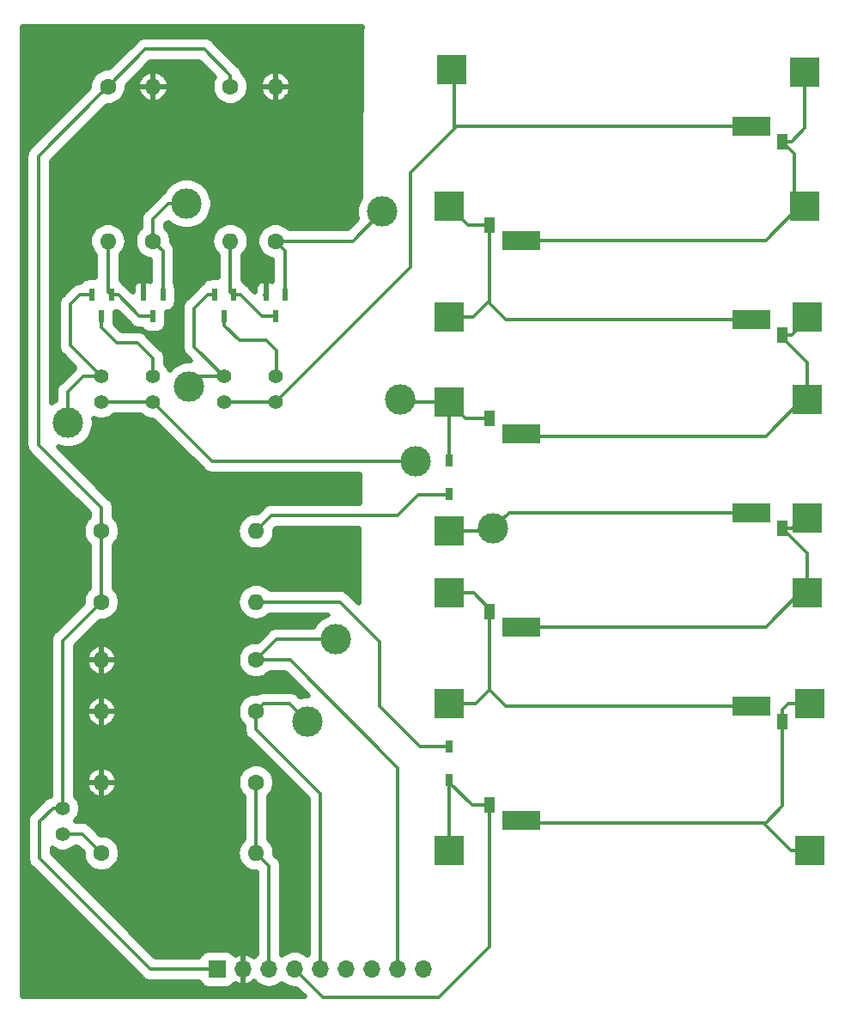
<source format=gbr>
G04 #@! TF.GenerationSoftware,KiCad,Pcbnew,5.1.4+dfsg1-1*
G04 #@! TF.CreationDate,2020-02-14T18:49:56+01:00*
G04 #@! TF.ProjectId,1_solar_bank,315f736f-6c61-4725-9f62-616e6b2e6b69,rev?*
G04 #@! TF.SameCoordinates,Original*
G04 #@! TF.FileFunction,Copper,L1,Top*
G04 #@! TF.FilePolarity,Positive*
%FSLAX46Y46*%
G04 Gerber Fmt 4.6, Leading zero omitted, Abs format (unit mm)*
G04 Created by KiCad (PCBNEW 5.1.4+dfsg1-1) date 2020-02-14 18:49:56*
%MOMM*%
%LPD*%
G04 APERTURE LIST*
%ADD10C,1.400000*%
%ADD11R,0.730000X1.210000*%
%ADD12C,1.600000*%
%ADD13O,1.600000X1.600000*%
%ADD14R,1.700000X1.700000*%
%ADD15O,1.700000X1.700000*%
%ADD16R,0.600000X1.300000*%
%ADD17R,1.000000X1.500000*%
%ADD18R,3.810000X1.930400*%
%ADD19R,3.000000X3.000000*%
%ADD20C,3.000000*%
%ADD21C,1.000000*%
%ADD22C,0.380000*%
%ADD23C,0.500000*%
G04 APERTURE END LIST*
D10*
X74930000Y-58420000D03*
X74930000Y-55880000D03*
D11*
X104140000Y-67466000D03*
X104140000Y-64106000D03*
D12*
X85090000Y-95885000D03*
D13*
X69850000Y-95885000D03*
X85090000Y-78105000D03*
D12*
X69850000Y-78105000D03*
X69850000Y-71120000D03*
D13*
X85090000Y-71120000D03*
D14*
X81280000Y-114300000D03*
D15*
X83820000Y-114300000D03*
X86360000Y-114300000D03*
X88900000Y-114300000D03*
X91440000Y-114300000D03*
X93980000Y-114300000D03*
X96520000Y-114300000D03*
X99060000Y-114300000D03*
X101600000Y-114300000D03*
D10*
X86995000Y-58420000D03*
X86995000Y-55880000D03*
X69850000Y-55880000D03*
X69850000Y-58420000D03*
X81915000Y-55880000D03*
X81915000Y-58420000D03*
X66040000Y-98425000D03*
X66040000Y-100965000D03*
D16*
X74930000Y-49945000D03*
X73980000Y-47845000D03*
X75880000Y-47845000D03*
X70800000Y-47845000D03*
X68900000Y-47845000D03*
X69850000Y-49945000D03*
X86995000Y-49945000D03*
X86045000Y-47845000D03*
X87945000Y-47845000D03*
X82865000Y-47845000D03*
X80965000Y-47845000D03*
X81915000Y-49945000D03*
D12*
X74930000Y-42545000D03*
D13*
X74930000Y-27305000D03*
X69850000Y-88900000D03*
D12*
X85090000Y-88900000D03*
D13*
X70485000Y-42545000D03*
D12*
X70485000Y-27305000D03*
X86995000Y-42545000D03*
D13*
X86995000Y-27305000D03*
D12*
X69850000Y-102870000D03*
D13*
X85090000Y-102870000D03*
X82550000Y-42545000D03*
D12*
X82550000Y-27305000D03*
D13*
X69850000Y-83820000D03*
D12*
X85090000Y-83820000D03*
D11*
X104140000Y-92300000D03*
X104140000Y-95660000D03*
D17*
X108120000Y-98115000D03*
D18*
X111220000Y-99615000D03*
X133890000Y-88345000D03*
D17*
X136990000Y-89845000D03*
D18*
X111220000Y-80565000D03*
D17*
X108120000Y-79065000D03*
X136990000Y-70795000D03*
D18*
X133890000Y-69295000D03*
X111220000Y-61515000D03*
D17*
X108120000Y-60015000D03*
X136990000Y-51745000D03*
D18*
X133890000Y-50245000D03*
X111220000Y-42465000D03*
D17*
X108120000Y-40965000D03*
X136990000Y-32695000D03*
D18*
X133890000Y-31195000D03*
D19*
X104140000Y-102616000D03*
X139700000Y-102616000D03*
X104140000Y-88138000D03*
X139446000Y-69850000D03*
X104140000Y-71120000D03*
X104140000Y-58420000D03*
X139446000Y-50038000D03*
X104140000Y-39116000D03*
X139192000Y-25908000D03*
X104394000Y-25654000D03*
X139700000Y-88138000D03*
X104140000Y-77216000D03*
X139446000Y-77216000D03*
X139446000Y-58166000D03*
X104140000Y-50038000D03*
X139192000Y-39116000D03*
D20*
X108458000Y-70866000D03*
X100838000Y-64262000D03*
X90169998Y-89916000D03*
X66548000Y-60452000D03*
X99314000Y-58166000D03*
X78486000Y-56896000D03*
X92964000Y-81788002D03*
X78232000Y-38862000D03*
X97536000Y-39624000D03*
D21*
X101600000Y-114300000D03*
D22*
X109681000Y-88345000D02*
X133890000Y-88345000D01*
X108120000Y-86784000D02*
X109681000Y-88345000D01*
X136990000Y-98214000D02*
X135335000Y-99869000D01*
X136990000Y-90099000D02*
X136990000Y-98214000D01*
X135073000Y-99869000D02*
X134921000Y-99869000D01*
X137820000Y-102616000D02*
X135073000Y-99869000D01*
X139700000Y-102616000D02*
X137820000Y-102616000D01*
X135335000Y-99869000D02*
X134921000Y-99869000D01*
X134921000Y-99869000D02*
X111220000Y-99869000D01*
X136990000Y-88715000D02*
X136990000Y-89845000D01*
X137567000Y-88138000D02*
X136990000Y-88715000D01*
X139700000Y-88138000D02*
X137567000Y-88138000D01*
X108120000Y-78815000D02*
X108120000Y-79065000D01*
X106521000Y-77216000D02*
X108120000Y-78815000D01*
X104140000Y-77216000D02*
X106521000Y-77216000D01*
X108120000Y-79065000D02*
X108120000Y-84920000D01*
X108120000Y-84920000D02*
X108120000Y-86784000D01*
X106766000Y-88138000D02*
X108120000Y-86784000D01*
X104140000Y-88138000D02*
X106766000Y-88138000D01*
X137870000Y-70795000D02*
X136990000Y-70795000D01*
X139446000Y-69219000D02*
X137870000Y-70795000D01*
X135335000Y-80565000D02*
X111220000Y-80565000D01*
X139446000Y-76454000D02*
X135335000Y-80565000D01*
X136990000Y-70795000D02*
X139446000Y-73251000D01*
X139446000Y-73251000D02*
X139446000Y-76454000D01*
X133890000Y-69295000D02*
X110029000Y-69295000D01*
X110029000Y-69295000D02*
X108458000Y-70866000D01*
X74930000Y-58420000D02*
X69850000Y-58420000D01*
X74930000Y-58420000D02*
X80772000Y-64262000D01*
X80772000Y-64262000D02*
X98716680Y-64262000D01*
X98716680Y-64262000D02*
X100838000Y-64262000D01*
X108458000Y-70866000D02*
X108204000Y-71120000D01*
X108204000Y-71120000D02*
X104140000Y-71120000D01*
X68900000Y-47845000D02*
X67725000Y-47845000D01*
X67725000Y-47845000D02*
X66802000Y-48768000D01*
X66802000Y-52832000D02*
X69850000Y-55880000D01*
X66802000Y-48768000D02*
X66802000Y-52832000D01*
X88391998Y-88138000D02*
X90169998Y-89916000D01*
X85090000Y-88900000D02*
X85852000Y-88138000D01*
X85852000Y-88138000D02*
X88391998Y-88138000D01*
X91440000Y-97028000D02*
X91440000Y-114300000D01*
X85090000Y-88900000D02*
X85090000Y-90678000D01*
X85090000Y-90678000D02*
X91440000Y-97028000D01*
X66548000Y-57404000D02*
X66548000Y-60452000D01*
X69850000Y-55880000D02*
X68072000Y-55880000D01*
X68072000Y-55880000D02*
X66548000Y-57404000D01*
X108120000Y-60015000D02*
X107879000Y-60015000D01*
X108120000Y-59765000D02*
X108120000Y-60015000D01*
X105735000Y-60015000D02*
X104140000Y-58420000D01*
X108120000Y-60015000D02*
X105735000Y-60015000D01*
X104140000Y-58420000D02*
X104140000Y-64106000D01*
X98904000Y-57756000D02*
X99314000Y-58166000D01*
X104140000Y-58420000D02*
X99568000Y-58420000D01*
X99568000Y-58420000D02*
X99314000Y-58166000D01*
X137870000Y-51745000D02*
X136990000Y-51745000D01*
X139446000Y-50169000D02*
X137870000Y-51745000D01*
X139446000Y-57658000D02*
X135335000Y-61769000D01*
X135335000Y-61769000D02*
X111220000Y-61769000D01*
X136990000Y-51999000D02*
X139446000Y-54455000D01*
X139446000Y-54455000D02*
X139446000Y-57658000D01*
X109681000Y-50245000D02*
X133890000Y-50245000D01*
X108120000Y-48684000D02*
X109681000Y-50245000D01*
X104140000Y-50038000D02*
X106512000Y-50038000D01*
X106512000Y-50038000D02*
X108120000Y-48430000D01*
X108120000Y-40965000D02*
X108120000Y-48430000D01*
X108120000Y-48430000D02*
X108120000Y-48684000D01*
X105989000Y-40965000D02*
X108120000Y-40965000D01*
X104140000Y-39116000D02*
X105989000Y-40965000D01*
X137870000Y-32695000D02*
X136990000Y-32695000D01*
X139192000Y-31373000D02*
X137870000Y-32695000D01*
X139192000Y-25908000D02*
X139192000Y-31373000D01*
X135335000Y-42465000D02*
X111220000Y-42465000D01*
X138176000Y-39624000D02*
X135335000Y-42465000D01*
X136990000Y-32695000D02*
X138176000Y-33881000D01*
X138176000Y-33881000D02*
X138176000Y-39624000D01*
X104140000Y-95900000D02*
X104140000Y-95660000D01*
X106355000Y-98115000D02*
X104140000Y-95900000D01*
X108120000Y-98115000D02*
X106355000Y-98115000D01*
X91694000Y-117094000D02*
X89749999Y-115149999D01*
X103124000Y-117094000D02*
X91694000Y-117094000D01*
X89749999Y-115149999D02*
X88900000Y-114300000D01*
X108120000Y-98115000D02*
X108120000Y-112098000D01*
X108120000Y-112098000D02*
X103124000Y-117094000D01*
X104140000Y-102616000D02*
X104140000Y-95660000D01*
X80285000Y-47845000D02*
X78994000Y-49136000D01*
X80965000Y-47845000D02*
X80285000Y-47845000D01*
X78994000Y-52959000D02*
X81915000Y-55880000D01*
X78994000Y-49136000D02*
X78994000Y-52959000D01*
X81915000Y-55880000D02*
X79502000Y-55880000D01*
X79502000Y-55880000D02*
X78486000Y-56896000D01*
X99060000Y-94440798D02*
X99060000Y-113097919D01*
X88439202Y-83820000D02*
X99060000Y-94440798D01*
X99060000Y-113097919D02*
X99060000Y-114300000D01*
X85090000Y-83820000D02*
X88439202Y-83820000D01*
X87121998Y-81788002D02*
X90842680Y-81788002D01*
X85090000Y-83820000D02*
X87121998Y-81788002D01*
X90842680Y-81788002D02*
X92964000Y-81788002D01*
X86614000Y-69596000D02*
X85090000Y-71120000D01*
X99060000Y-69596000D02*
X86614000Y-69596000D01*
X104140000Y-67564000D02*
X101092000Y-67564000D01*
X101092000Y-67564000D02*
X99060000Y-69596000D01*
X97282000Y-82042000D02*
X93345000Y-78105000D01*
X97282000Y-88392000D02*
X97282000Y-82042000D01*
X93345000Y-78105000D02*
X85090000Y-78105000D01*
X104140000Y-92300000D02*
X101190000Y-92300000D01*
X101190000Y-92300000D02*
X97282000Y-88392000D01*
X85090000Y-95885000D02*
X85090000Y-102870000D01*
X86360000Y-104140000D02*
X86360000Y-114300000D01*
X85090000Y-102870000D02*
X86360000Y-104140000D01*
X82550000Y-26173630D02*
X79998370Y-23622000D01*
X82550000Y-27305000D02*
X82550000Y-26173630D01*
X74168000Y-23622000D02*
X70485000Y-27305000D01*
X79998370Y-23622000D02*
X74168000Y-23622000D01*
X66040000Y-81915000D02*
X69850000Y-78105000D01*
X66040000Y-98425000D02*
X66040000Y-81915000D01*
X69850000Y-76973630D02*
X69850000Y-71120000D01*
X69850000Y-78105000D02*
X69850000Y-76973630D01*
X69850000Y-71120000D02*
X69850000Y-68834000D01*
X69685001Y-28104999D02*
X70485000Y-27305000D01*
X63641999Y-34148001D02*
X69685001Y-28104999D01*
X63641999Y-62625999D02*
X63641999Y-34148001D01*
X69850000Y-68834000D02*
X63641999Y-62625999D01*
X80050000Y-114300000D02*
X81280000Y-114300000D01*
X65050051Y-98425000D02*
X63754000Y-99721051D01*
X66040000Y-98425000D02*
X65050051Y-98425000D01*
X63754000Y-99721051D02*
X63754000Y-103378000D01*
X74676000Y-114300000D02*
X80050000Y-114300000D01*
X63754000Y-103378000D02*
X74676000Y-114300000D01*
X75880000Y-43495000D02*
X75880000Y-47845000D01*
X74930000Y-42545000D02*
X75880000Y-43495000D01*
X74930000Y-42545000D02*
X74930000Y-40386000D01*
X74930000Y-40386000D02*
X76454000Y-38862000D01*
X76454000Y-38862000D02*
X78232000Y-38862000D01*
X86995000Y-42545000D02*
X87945000Y-43495000D01*
X87945000Y-44135000D02*
X87945000Y-47845000D01*
X87945000Y-43495000D02*
X87945000Y-44135000D01*
X86995000Y-42545000D02*
X94615000Y-42545000D01*
X94615000Y-42545000D02*
X97536000Y-39624000D01*
X86995000Y-58420000D02*
X81915000Y-58420000D01*
X131605000Y-31195000D02*
X131558000Y-31242000D01*
X133890000Y-31195000D02*
X131605000Y-31195000D01*
X131558000Y-31242000D02*
X104902000Y-31242000D01*
X104902000Y-31242000D02*
X104648000Y-31496000D01*
X104648000Y-31496000D02*
X100330000Y-35814000D01*
X87694999Y-57720001D02*
X86995000Y-58420000D01*
X100330000Y-45085000D02*
X87694999Y-57720001D01*
X100330000Y-35814000D02*
X100330000Y-45085000D01*
X104648000Y-25908000D02*
X104648000Y-31496000D01*
X104394000Y-25654000D02*
X104648000Y-25908000D01*
X81915000Y-50817000D02*
X83422000Y-52324000D01*
X81915000Y-49945000D02*
X81915000Y-50817000D01*
X87122000Y-55753000D02*
X86995000Y-55880000D01*
X86106000Y-52324000D02*
X87122000Y-53340000D01*
X83422000Y-52324000D02*
X86106000Y-52324000D01*
X87122000Y-53340000D02*
X87122000Y-55753000D01*
X74930000Y-54102000D02*
X74930000Y-55880000D01*
X71374000Y-52578000D02*
X73406000Y-52578000D01*
X69850000Y-49945000D02*
X69850000Y-51054000D01*
X73406000Y-52578000D02*
X74930000Y-54102000D01*
X69850000Y-51054000D02*
X71374000Y-52578000D01*
X67945000Y-100965000D02*
X69850000Y-102870000D01*
X66040000Y-100965000D02*
X67945000Y-100965000D01*
X70485000Y-47530000D02*
X70800000Y-47845000D01*
X70485000Y-42545000D02*
X70485000Y-47530000D01*
X74250000Y-49945000D02*
X74930000Y-49945000D01*
X73580000Y-49945000D02*
X74250000Y-49945000D01*
X71480000Y-47845000D02*
X73580000Y-49945000D01*
X70800000Y-47845000D02*
X71480000Y-47845000D01*
X82550000Y-47530000D02*
X82865000Y-47845000D01*
X82550000Y-42545000D02*
X82550000Y-47530000D01*
X86315000Y-49945000D02*
X86995000Y-49945000D01*
X85645000Y-49945000D02*
X86315000Y-49945000D01*
X83545000Y-47845000D02*
X85645000Y-49945000D01*
X82865000Y-47845000D02*
X83545000Y-47845000D01*
D23*
G36*
X95550866Y-21450015D02*
G01*
X95527537Y-21493115D01*
X95513064Y-21539938D01*
X95508003Y-21588684D01*
X95420575Y-38200080D01*
X95276220Y-38416122D01*
X95083995Y-38880193D01*
X94986000Y-39372847D01*
X94986000Y-39875153D01*
X95076458Y-40329918D01*
X94101377Y-41305000D01*
X88371295Y-41305000D01*
X88174306Y-41108011D01*
X87871303Y-40905552D01*
X87534625Y-40766095D01*
X87177209Y-40695000D01*
X86812791Y-40695000D01*
X86455375Y-40766095D01*
X86118697Y-40905552D01*
X85815694Y-41108011D01*
X85558011Y-41365694D01*
X85355552Y-41668697D01*
X85216095Y-42005375D01*
X85145000Y-42362791D01*
X85145000Y-42727209D01*
X85216095Y-43084625D01*
X85355552Y-43421303D01*
X85558011Y-43724306D01*
X85815694Y-43981989D01*
X86118697Y-44184448D01*
X86455375Y-44323905D01*
X86705000Y-44373559D01*
X86705001Y-46527937D01*
X86636478Y-46491311D01*
X86493594Y-46447967D01*
X86345000Y-46433332D01*
X86238500Y-46437000D01*
X86049000Y-46626500D01*
X86049000Y-47841000D01*
X86069000Y-47841000D01*
X86069000Y-47849000D01*
X86049000Y-47849000D01*
X86049000Y-47869000D01*
X86041000Y-47869000D01*
X86041000Y-47849000D01*
X86021000Y-47849000D01*
X86021000Y-47841000D01*
X86041000Y-47841000D01*
X86041000Y-46626500D01*
X85851500Y-46437000D01*
X85745000Y-46433332D01*
X85596406Y-46447967D01*
X85453522Y-46491311D01*
X85321840Y-46561696D01*
X85206419Y-46656419D01*
X85111696Y-46771840D01*
X85041311Y-46903522D01*
X84997967Y-47046406D01*
X84983332Y-47195000D01*
X84986043Y-47532420D01*
X84464886Y-47011263D01*
X84426054Y-46963946D01*
X84237240Y-46808990D01*
X84114064Y-46743151D01*
X84042267Y-46608829D01*
X83911054Y-46448946D01*
X83790000Y-46349599D01*
X83790000Y-43920599D01*
X83864477Y-43859477D01*
X84095661Y-43577778D01*
X84267447Y-43256390D01*
X84373232Y-42907663D01*
X84408951Y-42545000D01*
X84373232Y-42182337D01*
X84267447Y-41833610D01*
X84095661Y-41512222D01*
X83864477Y-41230523D01*
X83582778Y-40999339D01*
X83261390Y-40827553D01*
X82912663Y-40721768D01*
X82640882Y-40695000D01*
X82459118Y-40695000D01*
X82187337Y-40721768D01*
X81838610Y-40827553D01*
X81517222Y-40999339D01*
X81235523Y-41230523D01*
X81004339Y-41512222D01*
X80832553Y-41833610D01*
X80726768Y-42182337D01*
X80691049Y-42545000D01*
X80726768Y-42907663D01*
X80832553Y-43256390D01*
X81004339Y-43577778D01*
X81235523Y-43859477D01*
X81310000Y-43920599D01*
X81310001Y-46144352D01*
X81265000Y-46139920D01*
X80665000Y-46139920D01*
X80459164Y-46160193D01*
X80261238Y-46220233D01*
X80078829Y-46317733D01*
X79918946Y-46448946D01*
X79787733Y-46608829D01*
X79715936Y-46743151D01*
X79592760Y-46808990D01*
X79557703Y-46837761D01*
X79451256Y-46925119D01*
X79451253Y-46925122D01*
X79403946Y-46963946D01*
X79365122Y-47011253D01*
X78160263Y-48216114D01*
X78112946Y-48254946D01*
X77957990Y-48443761D01*
X77842847Y-48659178D01*
X77807410Y-48775999D01*
X77771943Y-48892918D01*
X77770574Y-48906823D01*
X77754000Y-49075093D01*
X77754000Y-49075100D01*
X77748002Y-49136000D01*
X77754000Y-49196900D01*
X77754001Y-52898090D01*
X77748002Y-52959000D01*
X77771943Y-53202082D01*
X77834942Y-53409759D01*
X77842848Y-53435823D01*
X77957991Y-53651240D01*
X78112947Y-53840054D01*
X78160259Y-53878882D01*
X78627377Y-54346000D01*
X78234847Y-54346000D01*
X77742193Y-54443995D01*
X77278122Y-54636220D01*
X76860470Y-54915286D01*
X76552256Y-55223500D01*
X76480830Y-55051064D01*
X76289314Y-54764440D01*
X76170000Y-54645126D01*
X76170000Y-54162896D01*
X76175998Y-54101999D01*
X76170000Y-54041102D01*
X76170000Y-54041092D01*
X76152057Y-53858918D01*
X76081153Y-53625177D01*
X75966010Y-53409760D01*
X75883173Y-53308823D01*
X75849880Y-53268255D01*
X75849878Y-53268253D01*
X75811054Y-53220946D01*
X75763748Y-53182123D01*
X74325886Y-51744263D01*
X74287054Y-51696946D01*
X74098240Y-51541990D01*
X73882823Y-51426847D01*
X73649082Y-51355943D01*
X73466908Y-51338000D01*
X73466900Y-51338000D01*
X73406000Y-51332002D01*
X73345100Y-51338000D01*
X71887624Y-51338000D01*
X71199659Y-50650036D01*
X71205080Y-50595000D01*
X71205080Y-49539731D01*
X71305836Y-49529807D01*
X71386664Y-49505288D01*
X72660122Y-50778747D01*
X72698946Y-50826054D01*
X72746253Y-50864878D01*
X72746255Y-50864880D01*
X72834425Y-50937239D01*
X72887760Y-50981010D01*
X73103177Y-51096153D01*
X73336918Y-51167057D01*
X73519092Y-51185000D01*
X73519102Y-51185000D01*
X73579999Y-51190998D01*
X73640896Y-51185000D01*
X73755875Y-51185000D01*
X73883946Y-51341054D01*
X74043829Y-51472267D01*
X74226238Y-51569767D01*
X74424164Y-51629807D01*
X74630000Y-51650080D01*
X75230000Y-51650080D01*
X75435836Y-51629807D01*
X75633762Y-51569767D01*
X75816171Y-51472267D01*
X75976054Y-51341054D01*
X76107267Y-51181171D01*
X76204767Y-50998762D01*
X76264807Y-50800836D01*
X76285080Y-50595000D01*
X76285080Y-49539731D01*
X76385836Y-49529807D01*
X76583762Y-49469767D01*
X76766171Y-49372267D01*
X76926054Y-49241054D01*
X77057267Y-49081171D01*
X77154767Y-48898762D01*
X77214807Y-48700836D01*
X77235080Y-48495000D01*
X77235080Y-47195000D01*
X77214807Y-46989164D01*
X77154767Y-46791238D01*
X77120000Y-46726194D01*
X77120000Y-43555900D01*
X77125998Y-43495000D01*
X77120000Y-43434100D01*
X77120000Y-43434092D01*
X77104097Y-43272634D01*
X77102057Y-43251917D01*
X77055667Y-43098990D01*
X77031153Y-43018177D01*
X76916010Y-42802760D01*
X76780000Y-42637032D01*
X76780000Y-42362791D01*
X76708905Y-42005375D01*
X76569448Y-41668697D01*
X76366989Y-41365694D01*
X76170000Y-41168705D01*
X76170000Y-40899624D01*
X76416690Y-40652934D01*
X76606470Y-40842714D01*
X77024122Y-41121780D01*
X77488193Y-41314005D01*
X77980847Y-41412000D01*
X78483153Y-41412000D01*
X78975807Y-41314005D01*
X79439878Y-41121780D01*
X79857530Y-40842714D01*
X80212714Y-40487530D01*
X80491780Y-40069878D01*
X80684005Y-39605807D01*
X80782000Y-39113153D01*
X80782000Y-38610847D01*
X80684005Y-38118193D01*
X80491780Y-37654122D01*
X80212714Y-37236470D01*
X79857530Y-36881286D01*
X79439878Y-36602220D01*
X78975807Y-36409995D01*
X78483153Y-36312000D01*
X77980847Y-36312000D01*
X77488193Y-36409995D01*
X77024122Y-36602220D01*
X76606470Y-36881286D01*
X76251286Y-37236470D01*
X75972220Y-37654122D01*
X75940633Y-37730380D01*
X75761760Y-37825990D01*
X75761758Y-37825991D01*
X75761759Y-37825991D01*
X75620255Y-37942120D01*
X75620253Y-37942122D01*
X75572946Y-37980946D01*
X75534122Y-38028253D01*
X74096259Y-39466118D01*
X74048947Y-39504946D01*
X73893991Y-39693760D01*
X73867643Y-39743054D01*
X73778848Y-39909177D01*
X73707943Y-40142918D01*
X73684002Y-40386000D01*
X73690001Y-40446910D01*
X73690001Y-41168704D01*
X73493011Y-41365694D01*
X73290552Y-41668697D01*
X73151095Y-42005375D01*
X73080000Y-42362791D01*
X73080000Y-42727209D01*
X73151095Y-43084625D01*
X73290552Y-43421303D01*
X73493011Y-43724306D01*
X73750694Y-43981989D01*
X74053697Y-44184448D01*
X74390375Y-44323905D01*
X74640000Y-44373559D01*
X74640001Y-46527937D01*
X74571478Y-46491311D01*
X74428594Y-46447967D01*
X74280000Y-46433332D01*
X74173500Y-46437000D01*
X73984000Y-46626500D01*
X73984000Y-47841000D01*
X74004000Y-47841000D01*
X74004000Y-47849000D01*
X73984000Y-47849000D01*
X73984000Y-47869000D01*
X73976000Y-47869000D01*
X73976000Y-47849000D01*
X73956000Y-47849000D01*
X73956000Y-47841000D01*
X73976000Y-47841000D01*
X73976000Y-46626500D01*
X73786500Y-46437000D01*
X73680000Y-46433332D01*
X73531406Y-46447967D01*
X73388522Y-46491311D01*
X73256840Y-46561696D01*
X73141419Y-46656419D01*
X73046696Y-46771840D01*
X72976311Y-46903522D01*
X72932967Y-47046406D01*
X72918332Y-47195000D01*
X72921043Y-47532420D01*
X72399886Y-47011263D01*
X72361054Y-46963946D01*
X72172240Y-46808990D01*
X72049064Y-46743151D01*
X71977267Y-46608829D01*
X71846054Y-46448946D01*
X71725000Y-46349599D01*
X71725000Y-43920599D01*
X71799477Y-43859477D01*
X72030661Y-43577778D01*
X72202447Y-43256390D01*
X72308232Y-42907663D01*
X72343951Y-42545000D01*
X72308232Y-42182337D01*
X72202447Y-41833610D01*
X72030661Y-41512222D01*
X71799477Y-41230523D01*
X71517778Y-40999339D01*
X71196390Y-40827553D01*
X70847663Y-40721768D01*
X70575882Y-40695000D01*
X70394118Y-40695000D01*
X70122337Y-40721768D01*
X69773610Y-40827553D01*
X69452222Y-40999339D01*
X69170523Y-41230523D01*
X68939339Y-41512222D01*
X68767553Y-41833610D01*
X68661768Y-42182337D01*
X68626049Y-42545000D01*
X68661768Y-42907663D01*
X68767553Y-43256390D01*
X68939339Y-43577778D01*
X69170523Y-43859477D01*
X69245000Y-43920599D01*
X69245001Y-46144352D01*
X69200000Y-46139920D01*
X68600000Y-46139920D01*
X68394164Y-46160193D01*
X68196238Y-46220233D01*
X68013829Y-46317733D01*
X67853946Y-46448946D01*
X67730364Y-46599530D01*
X67724999Y-46599002D01*
X67664099Y-46605000D01*
X67664092Y-46605000D01*
X67504564Y-46620713D01*
X67481917Y-46622943D01*
X67411013Y-46644452D01*
X67248177Y-46693847D01*
X67032760Y-46808990D01*
X66997703Y-46837761D01*
X66891255Y-46925120D01*
X66891253Y-46925122D01*
X66843946Y-46963946D01*
X66805122Y-47011254D01*
X65968263Y-47848114D01*
X65920946Y-47886946D01*
X65765990Y-48075761D01*
X65650847Y-48291178D01*
X65579943Y-48524919D01*
X65562000Y-48707093D01*
X65562000Y-48707100D01*
X65556002Y-48768000D01*
X65562000Y-48828900D01*
X65562001Y-52771090D01*
X65556002Y-52832000D01*
X65579943Y-53075082D01*
X65649339Y-53303847D01*
X65650848Y-53308823D01*
X65765991Y-53524240D01*
X65920947Y-53713054D01*
X65968259Y-53751882D01*
X67204335Y-54987958D01*
X67190946Y-54998946D01*
X67152122Y-55046253D01*
X65714263Y-56484114D01*
X65666946Y-56522946D01*
X65511990Y-56711761D01*
X65396847Y-56927178D01*
X65365307Y-57031152D01*
X65325943Y-57160918D01*
X65324654Y-57174002D01*
X65308000Y-57343093D01*
X65308000Y-57343100D01*
X65302002Y-57404000D01*
X65308000Y-57464900D01*
X65308000Y-58213683D01*
X64922470Y-58471286D01*
X64881999Y-58511757D01*
X64881999Y-34661624D01*
X70388625Y-29155000D01*
X70667209Y-29155000D01*
X71024625Y-29083905D01*
X71361303Y-28944448D01*
X71664306Y-28741989D01*
X71921989Y-28484306D01*
X72124448Y-28181303D01*
X72263905Y-27844625D01*
X72321977Y-27552675D01*
X73391812Y-27552675D01*
X73469687Y-27848002D01*
X73603681Y-28122461D01*
X73788645Y-28365506D01*
X74017470Y-28567796D01*
X74281363Y-28721558D01*
X74570183Y-28820882D01*
X74682325Y-28843188D01*
X74926000Y-28673494D01*
X74926000Y-27309000D01*
X74934000Y-27309000D01*
X74934000Y-28673494D01*
X75177675Y-28843188D01*
X75289817Y-28820882D01*
X75578637Y-28721558D01*
X75842530Y-28567796D01*
X76071355Y-28365506D01*
X76256319Y-28122461D01*
X76390313Y-27848002D01*
X76468188Y-27552675D01*
X76298495Y-27309000D01*
X74934000Y-27309000D01*
X74926000Y-27309000D01*
X73561505Y-27309000D01*
X73391812Y-27552675D01*
X72321977Y-27552675D01*
X72335000Y-27487209D01*
X72335000Y-27208624D01*
X72486299Y-27057325D01*
X73391812Y-27057325D01*
X73561505Y-27301000D01*
X74926000Y-27301000D01*
X74926000Y-25936506D01*
X74934000Y-25936506D01*
X74934000Y-27301000D01*
X76298495Y-27301000D01*
X76468188Y-27057325D01*
X76390313Y-26761998D01*
X76256319Y-26487539D01*
X76071355Y-26244494D01*
X75842530Y-26042204D01*
X75578637Y-25888442D01*
X75289817Y-25789118D01*
X75177675Y-25766812D01*
X74934000Y-25936506D01*
X74926000Y-25936506D01*
X74682325Y-25766812D01*
X74570183Y-25789118D01*
X74281363Y-25888442D01*
X74017470Y-26042204D01*
X73788645Y-26244494D01*
X73603681Y-26487539D01*
X73469687Y-26761998D01*
X73391812Y-27057325D01*
X72486299Y-27057325D01*
X74681625Y-24862000D01*
X79484747Y-24862000D01*
X80966985Y-26344239D01*
X80910552Y-26428697D01*
X80771095Y-26765375D01*
X80700000Y-27122791D01*
X80700000Y-27487209D01*
X80771095Y-27844625D01*
X80910552Y-28181303D01*
X81113011Y-28484306D01*
X81370694Y-28741989D01*
X81673697Y-28944448D01*
X82010375Y-29083905D01*
X82367791Y-29155000D01*
X82732209Y-29155000D01*
X83089625Y-29083905D01*
X83426303Y-28944448D01*
X83729306Y-28741989D01*
X83986989Y-28484306D01*
X84189448Y-28181303D01*
X84328905Y-27844625D01*
X84386977Y-27552675D01*
X85456812Y-27552675D01*
X85534687Y-27848002D01*
X85668681Y-28122461D01*
X85853645Y-28365506D01*
X86082470Y-28567796D01*
X86346363Y-28721558D01*
X86635183Y-28820882D01*
X86747325Y-28843188D01*
X86991000Y-28673494D01*
X86991000Y-27309000D01*
X86999000Y-27309000D01*
X86999000Y-28673494D01*
X87242675Y-28843188D01*
X87354817Y-28820882D01*
X87643637Y-28721558D01*
X87907530Y-28567796D01*
X88136355Y-28365506D01*
X88321319Y-28122461D01*
X88455313Y-27848002D01*
X88533188Y-27552675D01*
X88363495Y-27309000D01*
X86999000Y-27309000D01*
X86991000Y-27309000D01*
X85626505Y-27309000D01*
X85456812Y-27552675D01*
X84386977Y-27552675D01*
X84400000Y-27487209D01*
X84400000Y-27122791D01*
X84386978Y-27057325D01*
X85456812Y-27057325D01*
X85626505Y-27301000D01*
X86991000Y-27301000D01*
X86991000Y-25936506D01*
X86999000Y-25936506D01*
X86999000Y-27301000D01*
X88363495Y-27301000D01*
X88533188Y-27057325D01*
X88455313Y-26761998D01*
X88321319Y-26487539D01*
X88136355Y-26244494D01*
X87907530Y-26042204D01*
X87643637Y-25888442D01*
X87354817Y-25789118D01*
X87242675Y-25766812D01*
X86999000Y-25936506D01*
X86991000Y-25936506D01*
X86747325Y-25766812D01*
X86635183Y-25789118D01*
X86346363Y-25888442D01*
X86082470Y-26042204D01*
X85853645Y-26244494D01*
X85668681Y-26487539D01*
X85534687Y-26761998D01*
X85456812Y-27057325D01*
X84386978Y-27057325D01*
X84328905Y-26765375D01*
X84189448Y-26428697D01*
X83986989Y-26125694D01*
X83763442Y-25902147D01*
X83753087Y-25868011D01*
X83701153Y-25696806D01*
X83609905Y-25526095D01*
X83586010Y-25481390D01*
X83513316Y-25392812D01*
X83469881Y-25339886D01*
X83469878Y-25339883D01*
X83431054Y-25292576D01*
X83383747Y-25253752D01*
X80918257Y-22788263D01*
X80879424Y-22740946D01*
X80690610Y-22585990D01*
X80475193Y-22470847D01*
X80241452Y-22399943D01*
X80059278Y-22382000D01*
X80059270Y-22382000D01*
X79998370Y-22376002D01*
X79937470Y-22382000D01*
X74228900Y-22382000D01*
X74168000Y-22376002D01*
X74107100Y-22382000D01*
X74107092Y-22382000D01*
X73924918Y-22399943D01*
X73691177Y-22470847D01*
X73475760Y-22585990D01*
X73334256Y-22702119D01*
X73334253Y-22702122D01*
X73286946Y-22740946D01*
X73248122Y-22788253D01*
X70581376Y-25455000D01*
X70302791Y-25455000D01*
X69945375Y-25526095D01*
X69608697Y-25665552D01*
X69305694Y-25868011D01*
X69048011Y-26125694D01*
X68845552Y-26428697D01*
X68706095Y-26765375D01*
X68635000Y-27122791D01*
X68635000Y-27401375D01*
X62808258Y-33228119D01*
X62760946Y-33266947D01*
X62605990Y-33455761D01*
X62541692Y-33576054D01*
X62490847Y-33671178D01*
X62419942Y-33904919D01*
X62396001Y-34148001D01*
X62402000Y-34208911D01*
X62401999Y-62565099D01*
X62396001Y-62625999D01*
X62401999Y-62686899D01*
X62401999Y-62686906D01*
X62419942Y-62869080D01*
X62490846Y-63102821D01*
X62605989Y-63318238D01*
X62760945Y-63507053D01*
X62808263Y-63545886D01*
X68610001Y-69347626D01*
X68610001Y-69743704D01*
X68413011Y-69940694D01*
X68210552Y-70243697D01*
X68071095Y-70580375D01*
X68000000Y-70937791D01*
X68000000Y-71302209D01*
X68071095Y-71659625D01*
X68210552Y-71996303D01*
X68413011Y-72299306D01*
X68610001Y-72496296D01*
X68610000Y-76728705D01*
X68413011Y-76925694D01*
X68210552Y-77228697D01*
X68071095Y-77565375D01*
X68000000Y-77922791D01*
X68000000Y-78201376D01*
X65206259Y-80995118D01*
X65158947Y-81033946D01*
X65003991Y-81222760D01*
X64985562Y-81257239D01*
X64888848Y-81438177D01*
X64817943Y-81671918D01*
X64794002Y-81915000D01*
X64800001Y-81975910D01*
X64800000Y-97190126D01*
X64778568Y-97211558D01*
X64736064Y-97224452D01*
X64573228Y-97273847D01*
X64357811Y-97388990D01*
X64168997Y-97543946D01*
X64130168Y-97591259D01*
X62920263Y-98801164D01*
X62872946Y-98839997D01*
X62717990Y-99028812D01*
X62602847Y-99244229D01*
X62557968Y-99392177D01*
X62537088Y-99461010D01*
X62531943Y-99477970D01*
X62514000Y-99660144D01*
X62514000Y-99660151D01*
X62508002Y-99721051D01*
X62514000Y-99781951D01*
X62514001Y-103317090D01*
X62508002Y-103378000D01*
X62531943Y-103621082D01*
X62583148Y-103789880D01*
X62602848Y-103854823D01*
X62717991Y-104070240D01*
X62872947Y-104259054D01*
X62920259Y-104297882D01*
X73756122Y-115133747D01*
X73794946Y-115181054D01*
X73842253Y-115219878D01*
X73842256Y-115219881D01*
X73983760Y-115336010D01*
X74199177Y-115451153D01*
X74432918Y-115522057D01*
X74615092Y-115540000D01*
X74615100Y-115540000D01*
X74676000Y-115545998D01*
X74736900Y-115540000D01*
X79451058Y-115540000D01*
X79455233Y-115553762D01*
X79552733Y-115736171D01*
X79683946Y-115896054D01*
X79843829Y-116027267D01*
X80026238Y-116124767D01*
X80224164Y-116184807D01*
X80430000Y-116205080D01*
X82130000Y-116205080D01*
X82335836Y-116184807D01*
X82533762Y-116124767D01*
X82716171Y-116027267D01*
X82876054Y-115896054D01*
X83007267Y-115736171D01*
X83030758Y-115692223D01*
X83150431Y-115761965D01*
X83448512Y-115864500D01*
X83564503Y-115887572D01*
X83816000Y-115718494D01*
X83816000Y-114304000D01*
X83796000Y-114304000D01*
X83796000Y-114296000D01*
X83816000Y-114296000D01*
X83816000Y-112881506D01*
X83564503Y-112712428D01*
X83448512Y-112735500D01*
X83150431Y-112838035D01*
X83030758Y-112907777D01*
X83007267Y-112863829D01*
X82876054Y-112703946D01*
X82716171Y-112572733D01*
X82533762Y-112475233D01*
X82335836Y-112415193D01*
X82130000Y-112394920D01*
X80430000Y-112394920D01*
X80224164Y-112415193D01*
X80026238Y-112475233D01*
X79843829Y-112572733D01*
X79683946Y-112703946D01*
X79552733Y-112863829D01*
X79455233Y-113046238D01*
X79451058Y-113060000D01*
X75189625Y-113060000D01*
X64994000Y-102864377D01*
X64994000Y-102370792D01*
X65211064Y-102515830D01*
X65529544Y-102647749D01*
X65867640Y-102715000D01*
X66212360Y-102715000D01*
X66550456Y-102647749D01*
X66868936Y-102515830D01*
X67155560Y-102324314D01*
X67274874Y-102205000D01*
X67431377Y-102205000D01*
X68000000Y-102773623D01*
X68000000Y-103052209D01*
X68071095Y-103409625D01*
X68210552Y-103746303D01*
X68413011Y-104049306D01*
X68670694Y-104306989D01*
X68973697Y-104509448D01*
X69310375Y-104648905D01*
X69667791Y-104720000D01*
X70032209Y-104720000D01*
X70389625Y-104648905D01*
X70726303Y-104509448D01*
X71029306Y-104306989D01*
X71286989Y-104049306D01*
X71489448Y-103746303D01*
X71628905Y-103409625D01*
X71700000Y-103052209D01*
X71700000Y-102687791D01*
X71628905Y-102330375D01*
X71489448Y-101993697D01*
X71286989Y-101690694D01*
X71029306Y-101433011D01*
X70726303Y-101230552D01*
X70389625Y-101091095D01*
X70032209Y-101020000D01*
X69753623Y-101020000D01*
X68864887Y-100131264D01*
X68826054Y-100083946D01*
X68637240Y-99928990D01*
X68421823Y-99813847D01*
X68188082Y-99742943D01*
X68005908Y-99725000D01*
X68005900Y-99725000D01*
X67945000Y-99719002D01*
X67884100Y-99725000D01*
X67274874Y-99725000D01*
X67244874Y-99695000D01*
X67399314Y-99540560D01*
X67590830Y-99253936D01*
X67722749Y-98935456D01*
X67790000Y-98597360D01*
X67790000Y-98252640D01*
X67722749Y-97914544D01*
X67590830Y-97596064D01*
X67399314Y-97309440D01*
X67280000Y-97190126D01*
X67280000Y-96132675D01*
X68311812Y-96132675D01*
X68334118Y-96244817D01*
X68433442Y-96533637D01*
X68587204Y-96797530D01*
X68789494Y-97026355D01*
X69032539Y-97211319D01*
X69306998Y-97345313D01*
X69602325Y-97423188D01*
X69846000Y-97253495D01*
X69846000Y-95889000D01*
X69854000Y-95889000D01*
X69854000Y-97253495D01*
X70097675Y-97423188D01*
X70393002Y-97345313D01*
X70667461Y-97211319D01*
X70910506Y-97026355D01*
X71112796Y-96797530D01*
X71266558Y-96533637D01*
X71365882Y-96244817D01*
X71388188Y-96132675D01*
X71218494Y-95889000D01*
X69854000Y-95889000D01*
X69846000Y-95889000D01*
X68481506Y-95889000D01*
X68311812Y-96132675D01*
X67280000Y-96132675D01*
X67280000Y-95637325D01*
X68311812Y-95637325D01*
X68481506Y-95881000D01*
X69846000Y-95881000D01*
X69846000Y-94516505D01*
X69854000Y-94516505D01*
X69854000Y-95881000D01*
X71218494Y-95881000D01*
X71388188Y-95637325D01*
X71365882Y-95525183D01*
X71266558Y-95236363D01*
X71112796Y-94972470D01*
X70910506Y-94743645D01*
X70667461Y-94558681D01*
X70393002Y-94424687D01*
X70097675Y-94346812D01*
X69854000Y-94516505D01*
X69846000Y-94516505D01*
X69602325Y-94346812D01*
X69306998Y-94424687D01*
X69032539Y-94558681D01*
X68789494Y-94743645D01*
X68587204Y-94972470D01*
X68433442Y-95236363D01*
X68334118Y-95525183D01*
X68311812Y-95637325D01*
X67280000Y-95637325D01*
X67280000Y-89147675D01*
X68311812Y-89147675D01*
X68334118Y-89259817D01*
X68433442Y-89548637D01*
X68587204Y-89812530D01*
X68789494Y-90041355D01*
X69032539Y-90226319D01*
X69306998Y-90360313D01*
X69602325Y-90438188D01*
X69846000Y-90268495D01*
X69846000Y-88904000D01*
X69854000Y-88904000D01*
X69854000Y-90268495D01*
X70097675Y-90438188D01*
X70393002Y-90360313D01*
X70667461Y-90226319D01*
X70910506Y-90041355D01*
X71112796Y-89812530D01*
X71266558Y-89548637D01*
X71365882Y-89259817D01*
X71388188Y-89147675D01*
X71218494Y-88904000D01*
X69854000Y-88904000D01*
X69846000Y-88904000D01*
X68481506Y-88904000D01*
X68311812Y-89147675D01*
X67280000Y-89147675D01*
X67280000Y-88652325D01*
X68311812Y-88652325D01*
X68481506Y-88896000D01*
X69846000Y-88896000D01*
X69846000Y-87531505D01*
X69854000Y-87531505D01*
X69854000Y-88896000D01*
X71218494Y-88896000D01*
X71388188Y-88652325D01*
X71365882Y-88540183D01*
X71266558Y-88251363D01*
X71112796Y-87987470D01*
X70910506Y-87758645D01*
X70667461Y-87573681D01*
X70393002Y-87439687D01*
X70097675Y-87361812D01*
X69854000Y-87531505D01*
X69846000Y-87531505D01*
X69602325Y-87361812D01*
X69306998Y-87439687D01*
X69032539Y-87573681D01*
X68789494Y-87758645D01*
X68587204Y-87987470D01*
X68433442Y-88251363D01*
X68334118Y-88540183D01*
X68311812Y-88652325D01*
X67280000Y-88652325D01*
X67280000Y-84067675D01*
X68311812Y-84067675D01*
X68334118Y-84179817D01*
X68433442Y-84468637D01*
X68587204Y-84732530D01*
X68789494Y-84961355D01*
X69032539Y-85146319D01*
X69306998Y-85280313D01*
X69602325Y-85358188D01*
X69846000Y-85188495D01*
X69846000Y-83824000D01*
X69854000Y-83824000D01*
X69854000Y-85188495D01*
X70097675Y-85358188D01*
X70393002Y-85280313D01*
X70667461Y-85146319D01*
X70910506Y-84961355D01*
X71112796Y-84732530D01*
X71266558Y-84468637D01*
X71365882Y-84179817D01*
X71388188Y-84067675D01*
X71218494Y-83824000D01*
X69854000Y-83824000D01*
X69846000Y-83824000D01*
X68481506Y-83824000D01*
X68311812Y-84067675D01*
X67280000Y-84067675D01*
X67280000Y-83572325D01*
X68311812Y-83572325D01*
X68481506Y-83816000D01*
X69846000Y-83816000D01*
X69846000Y-82451505D01*
X69854000Y-82451505D01*
X69854000Y-83816000D01*
X71218494Y-83816000D01*
X71388188Y-83572325D01*
X71365882Y-83460183D01*
X71266558Y-83171363D01*
X71112796Y-82907470D01*
X70910506Y-82678645D01*
X70667461Y-82493681D01*
X70393002Y-82359687D01*
X70097675Y-82281812D01*
X69854000Y-82451505D01*
X69846000Y-82451505D01*
X69602325Y-82281812D01*
X69306998Y-82359687D01*
X69032539Y-82493681D01*
X68789494Y-82678645D01*
X68587204Y-82907470D01*
X68433442Y-83171363D01*
X68334118Y-83460183D01*
X68311812Y-83572325D01*
X67280000Y-83572325D01*
X67280000Y-82428623D01*
X69753624Y-79955000D01*
X70032209Y-79955000D01*
X70389625Y-79883905D01*
X70726303Y-79744448D01*
X71029306Y-79541989D01*
X71286989Y-79284306D01*
X71489448Y-78981303D01*
X71628905Y-78644625D01*
X71700000Y-78287209D01*
X71700000Y-77922791D01*
X71628905Y-77565375D01*
X71489448Y-77228697D01*
X71286989Y-76925694D01*
X71090000Y-76728705D01*
X71090000Y-72496295D01*
X71286989Y-72299306D01*
X71489448Y-71996303D01*
X71628905Y-71659625D01*
X71700000Y-71302209D01*
X71700000Y-70937791D01*
X71628905Y-70580375D01*
X71489448Y-70243697D01*
X71286989Y-69940694D01*
X71090000Y-69743705D01*
X71090000Y-68894899D01*
X71095998Y-68833999D01*
X71090000Y-68773099D01*
X71090000Y-68773092D01*
X71072057Y-68590918D01*
X71070321Y-68585193D01*
X71018388Y-68413995D01*
X71001153Y-68357177D01*
X70886010Y-68141760D01*
X70814808Y-68055000D01*
X70769880Y-68000255D01*
X70769878Y-68000253D01*
X70731054Y-67952946D01*
X70683747Y-67914122D01*
X65581305Y-62811681D01*
X65804193Y-62904005D01*
X66296847Y-63002000D01*
X66799153Y-63002000D01*
X67291807Y-62904005D01*
X67755878Y-62711780D01*
X68173530Y-62432714D01*
X68528714Y-62077530D01*
X68807780Y-61659878D01*
X69000005Y-61195807D01*
X69098000Y-60703153D01*
X69098000Y-60200847D01*
X69055047Y-59984906D01*
X69339544Y-60102749D01*
X69677640Y-60170000D01*
X70022360Y-60170000D01*
X70360456Y-60102749D01*
X70678936Y-59970830D01*
X70965560Y-59779314D01*
X71084874Y-59660000D01*
X73695126Y-59660000D01*
X73814440Y-59779314D01*
X74101064Y-59970830D01*
X74419544Y-60102749D01*
X74757640Y-60170000D01*
X74926377Y-60170000D01*
X79852122Y-65095747D01*
X79890946Y-65143054D01*
X79938253Y-65181878D01*
X79938256Y-65181881D01*
X79991182Y-65225316D01*
X80079760Y-65298010D01*
X80220141Y-65373045D01*
X80295176Y-65413153D01*
X80439900Y-65457054D01*
X80528918Y-65484057D01*
X80711092Y-65502000D01*
X80711100Y-65502000D01*
X80772000Y-65507998D01*
X80832900Y-65502000D01*
X95276880Y-65502000D01*
X95261859Y-68356000D01*
X86674896Y-68356000D01*
X86613999Y-68350002D01*
X86553102Y-68356000D01*
X86553092Y-68356000D01*
X86370918Y-68373943D01*
X86137177Y-68444847D01*
X85921760Y-68559990D01*
X85921758Y-68559991D01*
X85921759Y-68559991D01*
X85780255Y-68676120D01*
X85780253Y-68676122D01*
X85732946Y-68714946D01*
X85694122Y-68762253D01*
X85185883Y-69270493D01*
X85180882Y-69270000D01*
X84999118Y-69270000D01*
X84727337Y-69296768D01*
X84378610Y-69402553D01*
X84057222Y-69574339D01*
X83775523Y-69805523D01*
X83544339Y-70087222D01*
X83372553Y-70408610D01*
X83266768Y-70757337D01*
X83231049Y-71120000D01*
X83266768Y-71482663D01*
X83372553Y-71831390D01*
X83544339Y-72152778D01*
X83775523Y-72434477D01*
X84057222Y-72665661D01*
X84378610Y-72837447D01*
X84727337Y-72943232D01*
X84999118Y-72970000D01*
X85180882Y-72970000D01*
X85452663Y-72943232D01*
X85801390Y-72837447D01*
X86122778Y-72665661D01*
X86404477Y-72434477D01*
X86635661Y-72152778D01*
X86807447Y-71831390D01*
X86913232Y-71482663D01*
X86948951Y-71120000D01*
X86939507Y-71024117D01*
X87127624Y-70836000D01*
X95248807Y-70836000D01*
X95209963Y-78216339D01*
X94264887Y-77271264D01*
X94226054Y-77223946D01*
X94037240Y-77068990D01*
X93821823Y-76953847D01*
X93588082Y-76882943D01*
X93405908Y-76865000D01*
X93405900Y-76865000D01*
X93345000Y-76859002D01*
X93284100Y-76865000D01*
X86465599Y-76865000D01*
X86404477Y-76790523D01*
X86122778Y-76559339D01*
X85801390Y-76387553D01*
X85452663Y-76281768D01*
X85180882Y-76255000D01*
X84999118Y-76255000D01*
X84727337Y-76281768D01*
X84378610Y-76387553D01*
X84057222Y-76559339D01*
X83775523Y-76790523D01*
X83544339Y-77072222D01*
X83372553Y-77393610D01*
X83266768Y-77742337D01*
X83231049Y-78105000D01*
X83266768Y-78467663D01*
X83372553Y-78816390D01*
X83544339Y-79137778D01*
X83775523Y-79419477D01*
X84057222Y-79650661D01*
X84378610Y-79822447D01*
X84727337Y-79928232D01*
X84999118Y-79955000D01*
X85180882Y-79955000D01*
X85452663Y-79928232D01*
X85801390Y-79822447D01*
X86122778Y-79650661D01*
X86404477Y-79419477D01*
X86465599Y-79345000D01*
X92198458Y-79345000D01*
X91756122Y-79528222D01*
X91338470Y-79807288D01*
X90983286Y-80162472D01*
X90725683Y-80548002D01*
X87182897Y-80548002D01*
X87121997Y-80542004D01*
X87061097Y-80548002D01*
X87061090Y-80548002D01*
X86901562Y-80563715D01*
X86878915Y-80565945D01*
X86808011Y-80587454D01*
X86645175Y-80636849D01*
X86429758Y-80751992D01*
X86346960Y-80819943D01*
X86288253Y-80868122D01*
X86288251Y-80868124D01*
X86240944Y-80906948D01*
X86202120Y-80954255D01*
X85186376Y-81970000D01*
X84907791Y-81970000D01*
X84550375Y-82041095D01*
X84213697Y-82180552D01*
X83910694Y-82383011D01*
X83653011Y-82640694D01*
X83450552Y-82943697D01*
X83311095Y-83280375D01*
X83240000Y-83637791D01*
X83240000Y-84002209D01*
X83311095Y-84359625D01*
X83450552Y-84696303D01*
X83653011Y-84999306D01*
X83910694Y-85256989D01*
X84213697Y-85459448D01*
X84550375Y-85598905D01*
X84907791Y-85670000D01*
X85272209Y-85670000D01*
X85629625Y-85598905D01*
X85966303Y-85459448D01*
X86269306Y-85256989D01*
X86466295Y-85060000D01*
X87925579Y-85060000D01*
X90231578Y-87366000D01*
X89918845Y-87366000D01*
X89464080Y-87456458D01*
X89311884Y-87304263D01*
X89273052Y-87256946D01*
X89084238Y-87101990D01*
X88868821Y-86986847D01*
X88635080Y-86915943D01*
X88452906Y-86898000D01*
X88452898Y-86898000D01*
X88391998Y-86892002D01*
X88331098Y-86898000D01*
X85912900Y-86898000D01*
X85852000Y-86892002D01*
X85791100Y-86898000D01*
X85791092Y-86898000D01*
X85608918Y-86915943D01*
X85375176Y-86986847D01*
X85300141Y-87026955D01*
X85257026Y-87050000D01*
X84907791Y-87050000D01*
X84550375Y-87121095D01*
X84213697Y-87260552D01*
X83910694Y-87463011D01*
X83653011Y-87720694D01*
X83450552Y-88023697D01*
X83311095Y-88360375D01*
X83240000Y-88717791D01*
X83240000Y-89082209D01*
X83311095Y-89439625D01*
X83450552Y-89776303D01*
X83653011Y-90079306D01*
X83850000Y-90276295D01*
X83850000Y-90617100D01*
X83844002Y-90678000D01*
X83850000Y-90738900D01*
X83850000Y-90738908D01*
X83856100Y-90800836D01*
X83867943Y-90921082D01*
X83915527Y-91077943D01*
X83938848Y-91154823D01*
X84053991Y-91370240D01*
X84208947Y-91559054D01*
X84256259Y-91597882D01*
X90200000Y-97541625D01*
X90200001Y-112859719D01*
X90170000Y-112884340D01*
X89960691Y-112712564D01*
X89630617Y-112536136D01*
X89272465Y-112427492D01*
X88993337Y-112400000D01*
X88806663Y-112400000D01*
X88527535Y-112427492D01*
X88169383Y-112536136D01*
X87839309Y-112712564D01*
X87630000Y-112884340D01*
X87600000Y-112859720D01*
X87600000Y-104200899D01*
X87605998Y-104139999D01*
X87600000Y-104079099D01*
X87600000Y-104079092D01*
X87582057Y-103896918D01*
X87511153Y-103663177D01*
X87396010Y-103447760D01*
X87241054Y-103258946D01*
X87193748Y-103220123D01*
X86939507Y-102965883D01*
X86948951Y-102870000D01*
X86913232Y-102507337D01*
X86807447Y-102158610D01*
X86635661Y-101837222D01*
X86404477Y-101555523D01*
X86330000Y-101494401D01*
X86330000Y-97261295D01*
X86526989Y-97064306D01*
X86729448Y-96761303D01*
X86868905Y-96424625D01*
X86940000Y-96067209D01*
X86940000Y-95702791D01*
X86868905Y-95345375D01*
X86729448Y-95008697D01*
X86526989Y-94705694D01*
X86269306Y-94448011D01*
X85966303Y-94245552D01*
X85629625Y-94106095D01*
X85272209Y-94035000D01*
X84907791Y-94035000D01*
X84550375Y-94106095D01*
X84213697Y-94245552D01*
X83910694Y-94448011D01*
X83653011Y-94705694D01*
X83450552Y-95008697D01*
X83311095Y-95345375D01*
X83240000Y-95702791D01*
X83240000Y-96067209D01*
X83311095Y-96424625D01*
X83450552Y-96761303D01*
X83653011Y-97064306D01*
X83850000Y-97261295D01*
X83850001Y-101494401D01*
X83775523Y-101555523D01*
X83544339Y-101837222D01*
X83372553Y-102158610D01*
X83266768Y-102507337D01*
X83231049Y-102870000D01*
X83266768Y-103232663D01*
X83372553Y-103581390D01*
X83544339Y-103902778D01*
X83775523Y-104184477D01*
X84057222Y-104415661D01*
X84378610Y-104587447D01*
X84727337Y-104693232D01*
X84999118Y-104720000D01*
X85120000Y-104720000D01*
X85120001Y-112859719D01*
X85009997Y-112949997D01*
X84883443Y-113104203D01*
X84761919Y-112996753D01*
X84489569Y-112838035D01*
X84191488Y-112735500D01*
X84075497Y-112712428D01*
X83824000Y-112881506D01*
X83824000Y-114296000D01*
X83844000Y-114296000D01*
X83844000Y-114304000D01*
X83824000Y-114304000D01*
X83824000Y-115718494D01*
X84075497Y-115887572D01*
X84191488Y-115864500D01*
X84489569Y-115761965D01*
X84761919Y-115603247D01*
X84883443Y-115495797D01*
X85009997Y-115650003D01*
X85299309Y-115887436D01*
X85629383Y-116063864D01*
X85987535Y-116172508D01*
X86266663Y-116200000D01*
X86453337Y-116200000D01*
X86732465Y-116172508D01*
X87090617Y-116063864D01*
X87420691Y-115887436D01*
X87630000Y-115715660D01*
X87839309Y-115887436D01*
X88169383Y-116063864D01*
X88527535Y-116172508D01*
X88806663Y-116200000D01*
X88993337Y-116200000D01*
X89041621Y-116195244D01*
X89856376Y-117010000D01*
X62060000Y-117010000D01*
X62060000Y-21420000D01*
X95575764Y-21420000D01*
X95550866Y-21450015D01*
X95550866Y-21450015D01*
G37*
X95550866Y-21450015D02*
X95527537Y-21493115D01*
X95513064Y-21539938D01*
X95508003Y-21588684D01*
X95420575Y-38200080D01*
X95276220Y-38416122D01*
X95083995Y-38880193D01*
X94986000Y-39372847D01*
X94986000Y-39875153D01*
X95076458Y-40329918D01*
X94101377Y-41305000D01*
X88371295Y-41305000D01*
X88174306Y-41108011D01*
X87871303Y-40905552D01*
X87534625Y-40766095D01*
X87177209Y-40695000D01*
X86812791Y-40695000D01*
X86455375Y-40766095D01*
X86118697Y-40905552D01*
X85815694Y-41108011D01*
X85558011Y-41365694D01*
X85355552Y-41668697D01*
X85216095Y-42005375D01*
X85145000Y-42362791D01*
X85145000Y-42727209D01*
X85216095Y-43084625D01*
X85355552Y-43421303D01*
X85558011Y-43724306D01*
X85815694Y-43981989D01*
X86118697Y-44184448D01*
X86455375Y-44323905D01*
X86705000Y-44373559D01*
X86705001Y-46527937D01*
X86636478Y-46491311D01*
X86493594Y-46447967D01*
X86345000Y-46433332D01*
X86238500Y-46437000D01*
X86049000Y-46626500D01*
X86049000Y-47841000D01*
X86069000Y-47841000D01*
X86069000Y-47849000D01*
X86049000Y-47849000D01*
X86049000Y-47869000D01*
X86041000Y-47869000D01*
X86041000Y-47849000D01*
X86021000Y-47849000D01*
X86021000Y-47841000D01*
X86041000Y-47841000D01*
X86041000Y-46626500D01*
X85851500Y-46437000D01*
X85745000Y-46433332D01*
X85596406Y-46447967D01*
X85453522Y-46491311D01*
X85321840Y-46561696D01*
X85206419Y-46656419D01*
X85111696Y-46771840D01*
X85041311Y-46903522D01*
X84997967Y-47046406D01*
X84983332Y-47195000D01*
X84986043Y-47532420D01*
X84464886Y-47011263D01*
X84426054Y-46963946D01*
X84237240Y-46808990D01*
X84114064Y-46743151D01*
X84042267Y-46608829D01*
X83911054Y-46448946D01*
X83790000Y-46349599D01*
X83790000Y-43920599D01*
X83864477Y-43859477D01*
X84095661Y-43577778D01*
X84267447Y-43256390D01*
X84373232Y-42907663D01*
X84408951Y-42545000D01*
X84373232Y-42182337D01*
X84267447Y-41833610D01*
X84095661Y-41512222D01*
X83864477Y-41230523D01*
X83582778Y-40999339D01*
X83261390Y-40827553D01*
X82912663Y-40721768D01*
X82640882Y-40695000D01*
X82459118Y-40695000D01*
X82187337Y-40721768D01*
X81838610Y-40827553D01*
X81517222Y-40999339D01*
X81235523Y-41230523D01*
X81004339Y-41512222D01*
X80832553Y-41833610D01*
X80726768Y-42182337D01*
X80691049Y-42545000D01*
X80726768Y-42907663D01*
X80832553Y-43256390D01*
X81004339Y-43577778D01*
X81235523Y-43859477D01*
X81310000Y-43920599D01*
X81310001Y-46144352D01*
X81265000Y-46139920D01*
X80665000Y-46139920D01*
X80459164Y-46160193D01*
X80261238Y-46220233D01*
X80078829Y-46317733D01*
X79918946Y-46448946D01*
X79787733Y-46608829D01*
X79715936Y-46743151D01*
X79592760Y-46808990D01*
X79557703Y-46837761D01*
X79451256Y-46925119D01*
X79451253Y-46925122D01*
X79403946Y-46963946D01*
X79365122Y-47011253D01*
X78160263Y-48216114D01*
X78112946Y-48254946D01*
X77957990Y-48443761D01*
X77842847Y-48659178D01*
X77807410Y-48775999D01*
X77771943Y-48892918D01*
X77770574Y-48906823D01*
X77754000Y-49075093D01*
X77754000Y-49075100D01*
X77748002Y-49136000D01*
X77754000Y-49196900D01*
X77754001Y-52898090D01*
X77748002Y-52959000D01*
X77771943Y-53202082D01*
X77834942Y-53409759D01*
X77842848Y-53435823D01*
X77957991Y-53651240D01*
X78112947Y-53840054D01*
X78160259Y-53878882D01*
X78627377Y-54346000D01*
X78234847Y-54346000D01*
X77742193Y-54443995D01*
X77278122Y-54636220D01*
X76860470Y-54915286D01*
X76552256Y-55223500D01*
X76480830Y-55051064D01*
X76289314Y-54764440D01*
X76170000Y-54645126D01*
X76170000Y-54162896D01*
X76175998Y-54101999D01*
X76170000Y-54041102D01*
X76170000Y-54041092D01*
X76152057Y-53858918D01*
X76081153Y-53625177D01*
X75966010Y-53409760D01*
X75883173Y-53308823D01*
X75849880Y-53268255D01*
X75849878Y-53268253D01*
X75811054Y-53220946D01*
X75763748Y-53182123D01*
X74325886Y-51744263D01*
X74287054Y-51696946D01*
X74098240Y-51541990D01*
X73882823Y-51426847D01*
X73649082Y-51355943D01*
X73466908Y-51338000D01*
X73466900Y-51338000D01*
X73406000Y-51332002D01*
X73345100Y-51338000D01*
X71887624Y-51338000D01*
X71199659Y-50650036D01*
X71205080Y-50595000D01*
X71205080Y-49539731D01*
X71305836Y-49529807D01*
X71386664Y-49505288D01*
X72660122Y-50778747D01*
X72698946Y-50826054D01*
X72746253Y-50864878D01*
X72746255Y-50864880D01*
X72834425Y-50937239D01*
X72887760Y-50981010D01*
X73103177Y-51096153D01*
X73336918Y-51167057D01*
X73519092Y-51185000D01*
X73519102Y-51185000D01*
X73579999Y-51190998D01*
X73640896Y-51185000D01*
X73755875Y-51185000D01*
X73883946Y-51341054D01*
X74043829Y-51472267D01*
X74226238Y-51569767D01*
X74424164Y-51629807D01*
X74630000Y-51650080D01*
X75230000Y-51650080D01*
X75435836Y-51629807D01*
X75633762Y-51569767D01*
X75816171Y-51472267D01*
X75976054Y-51341054D01*
X76107267Y-51181171D01*
X76204767Y-50998762D01*
X76264807Y-50800836D01*
X76285080Y-50595000D01*
X76285080Y-49539731D01*
X76385836Y-49529807D01*
X76583762Y-49469767D01*
X76766171Y-49372267D01*
X76926054Y-49241054D01*
X77057267Y-49081171D01*
X77154767Y-48898762D01*
X77214807Y-48700836D01*
X77235080Y-48495000D01*
X77235080Y-47195000D01*
X77214807Y-46989164D01*
X77154767Y-46791238D01*
X77120000Y-46726194D01*
X77120000Y-43555900D01*
X77125998Y-43495000D01*
X77120000Y-43434100D01*
X77120000Y-43434092D01*
X77104097Y-43272634D01*
X77102057Y-43251917D01*
X77055667Y-43098990D01*
X77031153Y-43018177D01*
X76916010Y-42802760D01*
X76780000Y-42637032D01*
X76780000Y-42362791D01*
X76708905Y-42005375D01*
X76569448Y-41668697D01*
X76366989Y-41365694D01*
X76170000Y-41168705D01*
X76170000Y-40899624D01*
X76416690Y-40652934D01*
X76606470Y-40842714D01*
X77024122Y-41121780D01*
X77488193Y-41314005D01*
X77980847Y-41412000D01*
X78483153Y-41412000D01*
X78975807Y-41314005D01*
X79439878Y-41121780D01*
X79857530Y-40842714D01*
X80212714Y-40487530D01*
X80491780Y-40069878D01*
X80684005Y-39605807D01*
X80782000Y-39113153D01*
X80782000Y-38610847D01*
X80684005Y-38118193D01*
X80491780Y-37654122D01*
X80212714Y-37236470D01*
X79857530Y-36881286D01*
X79439878Y-36602220D01*
X78975807Y-36409995D01*
X78483153Y-36312000D01*
X77980847Y-36312000D01*
X77488193Y-36409995D01*
X77024122Y-36602220D01*
X76606470Y-36881286D01*
X76251286Y-37236470D01*
X75972220Y-37654122D01*
X75940633Y-37730380D01*
X75761760Y-37825990D01*
X75761758Y-37825991D01*
X75761759Y-37825991D01*
X75620255Y-37942120D01*
X75620253Y-37942122D01*
X75572946Y-37980946D01*
X75534122Y-38028253D01*
X74096259Y-39466118D01*
X74048947Y-39504946D01*
X73893991Y-39693760D01*
X73867643Y-39743054D01*
X73778848Y-39909177D01*
X73707943Y-40142918D01*
X73684002Y-40386000D01*
X73690001Y-40446910D01*
X73690001Y-41168704D01*
X73493011Y-41365694D01*
X73290552Y-41668697D01*
X73151095Y-42005375D01*
X73080000Y-42362791D01*
X73080000Y-42727209D01*
X73151095Y-43084625D01*
X73290552Y-43421303D01*
X73493011Y-43724306D01*
X73750694Y-43981989D01*
X74053697Y-44184448D01*
X74390375Y-44323905D01*
X74640000Y-44373559D01*
X74640001Y-46527937D01*
X74571478Y-46491311D01*
X74428594Y-46447967D01*
X74280000Y-46433332D01*
X74173500Y-46437000D01*
X73984000Y-46626500D01*
X73984000Y-47841000D01*
X74004000Y-47841000D01*
X74004000Y-47849000D01*
X73984000Y-47849000D01*
X73984000Y-47869000D01*
X73976000Y-47869000D01*
X73976000Y-47849000D01*
X73956000Y-47849000D01*
X73956000Y-47841000D01*
X73976000Y-47841000D01*
X73976000Y-46626500D01*
X73786500Y-46437000D01*
X73680000Y-46433332D01*
X73531406Y-46447967D01*
X73388522Y-46491311D01*
X73256840Y-46561696D01*
X73141419Y-46656419D01*
X73046696Y-46771840D01*
X72976311Y-46903522D01*
X72932967Y-47046406D01*
X72918332Y-47195000D01*
X72921043Y-47532420D01*
X72399886Y-47011263D01*
X72361054Y-46963946D01*
X72172240Y-46808990D01*
X72049064Y-46743151D01*
X71977267Y-46608829D01*
X71846054Y-46448946D01*
X71725000Y-46349599D01*
X71725000Y-43920599D01*
X71799477Y-43859477D01*
X72030661Y-43577778D01*
X72202447Y-43256390D01*
X72308232Y-42907663D01*
X72343951Y-42545000D01*
X72308232Y-42182337D01*
X72202447Y-41833610D01*
X72030661Y-41512222D01*
X71799477Y-41230523D01*
X71517778Y-40999339D01*
X71196390Y-40827553D01*
X70847663Y-40721768D01*
X70575882Y-40695000D01*
X70394118Y-40695000D01*
X70122337Y-40721768D01*
X69773610Y-40827553D01*
X69452222Y-40999339D01*
X69170523Y-41230523D01*
X68939339Y-41512222D01*
X68767553Y-41833610D01*
X68661768Y-42182337D01*
X68626049Y-42545000D01*
X68661768Y-42907663D01*
X68767553Y-43256390D01*
X68939339Y-43577778D01*
X69170523Y-43859477D01*
X69245000Y-43920599D01*
X69245001Y-46144352D01*
X69200000Y-46139920D01*
X68600000Y-46139920D01*
X68394164Y-46160193D01*
X68196238Y-46220233D01*
X68013829Y-46317733D01*
X67853946Y-46448946D01*
X67730364Y-46599530D01*
X67724999Y-46599002D01*
X67664099Y-46605000D01*
X67664092Y-46605000D01*
X67504564Y-46620713D01*
X67481917Y-46622943D01*
X67411013Y-46644452D01*
X67248177Y-46693847D01*
X67032760Y-46808990D01*
X66997703Y-46837761D01*
X66891255Y-46925120D01*
X66891253Y-46925122D01*
X66843946Y-46963946D01*
X66805122Y-47011254D01*
X65968263Y-47848114D01*
X65920946Y-47886946D01*
X65765990Y-48075761D01*
X65650847Y-48291178D01*
X65579943Y-48524919D01*
X65562000Y-48707093D01*
X65562000Y-48707100D01*
X65556002Y-48768000D01*
X65562000Y-48828900D01*
X65562001Y-52771090D01*
X65556002Y-52832000D01*
X65579943Y-53075082D01*
X65649339Y-53303847D01*
X65650848Y-53308823D01*
X65765991Y-53524240D01*
X65920947Y-53713054D01*
X65968259Y-53751882D01*
X67204335Y-54987958D01*
X67190946Y-54998946D01*
X67152122Y-55046253D01*
X65714263Y-56484114D01*
X65666946Y-56522946D01*
X65511990Y-56711761D01*
X65396847Y-56927178D01*
X65365307Y-57031152D01*
X65325943Y-57160918D01*
X65324654Y-57174002D01*
X65308000Y-57343093D01*
X65308000Y-57343100D01*
X65302002Y-57404000D01*
X65308000Y-57464900D01*
X65308000Y-58213683D01*
X64922470Y-58471286D01*
X64881999Y-58511757D01*
X64881999Y-34661624D01*
X70388625Y-29155000D01*
X70667209Y-29155000D01*
X71024625Y-29083905D01*
X71361303Y-28944448D01*
X71664306Y-28741989D01*
X71921989Y-28484306D01*
X72124448Y-28181303D01*
X72263905Y-27844625D01*
X72321977Y-27552675D01*
X73391812Y-27552675D01*
X73469687Y-27848002D01*
X73603681Y-28122461D01*
X73788645Y-28365506D01*
X74017470Y-28567796D01*
X74281363Y-28721558D01*
X74570183Y-28820882D01*
X74682325Y-28843188D01*
X74926000Y-28673494D01*
X74926000Y-27309000D01*
X74934000Y-27309000D01*
X74934000Y-28673494D01*
X75177675Y-28843188D01*
X75289817Y-28820882D01*
X75578637Y-28721558D01*
X75842530Y-28567796D01*
X76071355Y-28365506D01*
X76256319Y-28122461D01*
X76390313Y-27848002D01*
X76468188Y-27552675D01*
X76298495Y-27309000D01*
X74934000Y-27309000D01*
X74926000Y-27309000D01*
X73561505Y-27309000D01*
X73391812Y-27552675D01*
X72321977Y-27552675D01*
X72335000Y-27487209D01*
X72335000Y-27208624D01*
X72486299Y-27057325D01*
X73391812Y-27057325D01*
X73561505Y-27301000D01*
X74926000Y-27301000D01*
X74926000Y-25936506D01*
X74934000Y-25936506D01*
X74934000Y-27301000D01*
X76298495Y-27301000D01*
X76468188Y-27057325D01*
X76390313Y-26761998D01*
X76256319Y-26487539D01*
X76071355Y-26244494D01*
X75842530Y-26042204D01*
X75578637Y-25888442D01*
X75289817Y-25789118D01*
X75177675Y-25766812D01*
X74934000Y-25936506D01*
X74926000Y-25936506D01*
X74682325Y-25766812D01*
X74570183Y-25789118D01*
X74281363Y-25888442D01*
X74017470Y-26042204D01*
X73788645Y-26244494D01*
X73603681Y-26487539D01*
X73469687Y-26761998D01*
X73391812Y-27057325D01*
X72486299Y-27057325D01*
X74681625Y-24862000D01*
X79484747Y-24862000D01*
X80966985Y-26344239D01*
X80910552Y-26428697D01*
X80771095Y-26765375D01*
X80700000Y-27122791D01*
X80700000Y-27487209D01*
X80771095Y-27844625D01*
X80910552Y-28181303D01*
X81113011Y-28484306D01*
X81370694Y-28741989D01*
X81673697Y-28944448D01*
X82010375Y-29083905D01*
X82367791Y-29155000D01*
X82732209Y-29155000D01*
X83089625Y-29083905D01*
X83426303Y-28944448D01*
X83729306Y-28741989D01*
X83986989Y-28484306D01*
X84189448Y-28181303D01*
X84328905Y-27844625D01*
X84386977Y-27552675D01*
X85456812Y-27552675D01*
X85534687Y-27848002D01*
X85668681Y-28122461D01*
X85853645Y-28365506D01*
X86082470Y-28567796D01*
X86346363Y-28721558D01*
X86635183Y-28820882D01*
X86747325Y-28843188D01*
X86991000Y-28673494D01*
X86991000Y-27309000D01*
X86999000Y-27309000D01*
X86999000Y-28673494D01*
X87242675Y-28843188D01*
X87354817Y-28820882D01*
X87643637Y-28721558D01*
X87907530Y-28567796D01*
X88136355Y-28365506D01*
X88321319Y-28122461D01*
X88455313Y-27848002D01*
X88533188Y-27552675D01*
X88363495Y-27309000D01*
X86999000Y-27309000D01*
X86991000Y-27309000D01*
X85626505Y-27309000D01*
X85456812Y-27552675D01*
X84386977Y-27552675D01*
X84400000Y-27487209D01*
X84400000Y-27122791D01*
X84386978Y-27057325D01*
X85456812Y-27057325D01*
X85626505Y-27301000D01*
X86991000Y-27301000D01*
X86991000Y-25936506D01*
X86999000Y-25936506D01*
X86999000Y-27301000D01*
X88363495Y-27301000D01*
X88533188Y-27057325D01*
X88455313Y-26761998D01*
X88321319Y-26487539D01*
X88136355Y-26244494D01*
X87907530Y-26042204D01*
X87643637Y-25888442D01*
X87354817Y-25789118D01*
X87242675Y-25766812D01*
X86999000Y-25936506D01*
X86991000Y-25936506D01*
X86747325Y-25766812D01*
X86635183Y-25789118D01*
X86346363Y-25888442D01*
X86082470Y-26042204D01*
X85853645Y-26244494D01*
X85668681Y-26487539D01*
X85534687Y-26761998D01*
X85456812Y-27057325D01*
X84386978Y-27057325D01*
X84328905Y-26765375D01*
X84189448Y-26428697D01*
X83986989Y-26125694D01*
X83763442Y-25902147D01*
X83753087Y-25868011D01*
X83701153Y-25696806D01*
X83609905Y-25526095D01*
X83586010Y-25481390D01*
X83513316Y-25392812D01*
X83469881Y-25339886D01*
X83469878Y-25339883D01*
X83431054Y-25292576D01*
X83383747Y-25253752D01*
X80918257Y-22788263D01*
X80879424Y-22740946D01*
X80690610Y-22585990D01*
X80475193Y-22470847D01*
X80241452Y-22399943D01*
X80059278Y-22382000D01*
X80059270Y-22382000D01*
X79998370Y-22376002D01*
X79937470Y-22382000D01*
X74228900Y-22382000D01*
X74168000Y-22376002D01*
X74107100Y-22382000D01*
X74107092Y-22382000D01*
X73924918Y-22399943D01*
X73691177Y-22470847D01*
X73475760Y-22585990D01*
X73334256Y-22702119D01*
X73334253Y-22702122D01*
X73286946Y-22740946D01*
X73248122Y-22788253D01*
X70581376Y-25455000D01*
X70302791Y-25455000D01*
X69945375Y-25526095D01*
X69608697Y-25665552D01*
X69305694Y-25868011D01*
X69048011Y-26125694D01*
X68845552Y-26428697D01*
X68706095Y-26765375D01*
X68635000Y-27122791D01*
X68635000Y-27401375D01*
X62808258Y-33228119D01*
X62760946Y-33266947D01*
X62605990Y-33455761D01*
X62541692Y-33576054D01*
X62490847Y-33671178D01*
X62419942Y-33904919D01*
X62396001Y-34148001D01*
X62402000Y-34208911D01*
X62401999Y-62565099D01*
X62396001Y-62625999D01*
X62401999Y-62686899D01*
X62401999Y-62686906D01*
X62419942Y-62869080D01*
X62490846Y-63102821D01*
X62605989Y-63318238D01*
X62760945Y-63507053D01*
X62808263Y-63545886D01*
X68610001Y-69347626D01*
X68610001Y-69743704D01*
X68413011Y-69940694D01*
X68210552Y-70243697D01*
X68071095Y-70580375D01*
X68000000Y-70937791D01*
X68000000Y-71302209D01*
X68071095Y-71659625D01*
X68210552Y-71996303D01*
X68413011Y-72299306D01*
X68610001Y-72496296D01*
X68610000Y-76728705D01*
X68413011Y-76925694D01*
X68210552Y-77228697D01*
X68071095Y-77565375D01*
X68000000Y-77922791D01*
X68000000Y-78201376D01*
X65206259Y-80995118D01*
X65158947Y-81033946D01*
X65003991Y-81222760D01*
X64985562Y-81257239D01*
X64888848Y-81438177D01*
X64817943Y-81671918D01*
X64794002Y-81915000D01*
X64800001Y-81975910D01*
X64800000Y-97190126D01*
X64778568Y-97211558D01*
X64736064Y-97224452D01*
X64573228Y-97273847D01*
X64357811Y-97388990D01*
X64168997Y-97543946D01*
X64130168Y-97591259D01*
X62920263Y-98801164D01*
X62872946Y-98839997D01*
X62717990Y-99028812D01*
X62602847Y-99244229D01*
X62557968Y-99392177D01*
X62537088Y-99461010D01*
X62531943Y-99477970D01*
X62514000Y-99660144D01*
X62514000Y-99660151D01*
X62508002Y-99721051D01*
X62514000Y-99781951D01*
X62514001Y-103317090D01*
X62508002Y-103378000D01*
X62531943Y-103621082D01*
X62583148Y-103789880D01*
X62602848Y-103854823D01*
X62717991Y-104070240D01*
X62872947Y-104259054D01*
X62920259Y-104297882D01*
X73756122Y-115133747D01*
X73794946Y-115181054D01*
X73842253Y-115219878D01*
X73842256Y-115219881D01*
X73983760Y-115336010D01*
X74199177Y-115451153D01*
X74432918Y-115522057D01*
X74615092Y-115540000D01*
X74615100Y-115540000D01*
X74676000Y-115545998D01*
X74736900Y-115540000D01*
X79451058Y-115540000D01*
X79455233Y-115553762D01*
X79552733Y-115736171D01*
X79683946Y-115896054D01*
X79843829Y-116027267D01*
X80026238Y-116124767D01*
X80224164Y-116184807D01*
X80430000Y-116205080D01*
X82130000Y-116205080D01*
X82335836Y-116184807D01*
X82533762Y-116124767D01*
X82716171Y-116027267D01*
X82876054Y-115896054D01*
X83007267Y-115736171D01*
X83030758Y-115692223D01*
X83150431Y-115761965D01*
X83448512Y-115864500D01*
X83564503Y-115887572D01*
X83816000Y-115718494D01*
X83816000Y-114304000D01*
X83796000Y-114304000D01*
X83796000Y-114296000D01*
X83816000Y-114296000D01*
X83816000Y-112881506D01*
X83564503Y-112712428D01*
X83448512Y-112735500D01*
X83150431Y-112838035D01*
X83030758Y-112907777D01*
X83007267Y-112863829D01*
X82876054Y-112703946D01*
X82716171Y-112572733D01*
X82533762Y-112475233D01*
X82335836Y-112415193D01*
X82130000Y-112394920D01*
X80430000Y-112394920D01*
X80224164Y-112415193D01*
X80026238Y-112475233D01*
X79843829Y-112572733D01*
X79683946Y-112703946D01*
X79552733Y-112863829D01*
X79455233Y-113046238D01*
X79451058Y-113060000D01*
X75189625Y-113060000D01*
X64994000Y-102864377D01*
X64994000Y-102370792D01*
X65211064Y-102515830D01*
X65529544Y-102647749D01*
X65867640Y-102715000D01*
X66212360Y-102715000D01*
X66550456Y-102647749D01*
X66868936Y-102515830D01*
X67155560Y-102324314D01*
X67274874Y-102205000D01*
X67431377Y-102205000D01*
X68000000Y-102773623D01*
X68000000Y-103052209D01*
X68071095Y-103409625D01*
X68210552Y-103746303D01*
X68413011Y-104049306D01*
X68670694Y-104306989D01*
X68973697Y-104509448D01*
X69310375Y-104648905D01*
X69667791Y-104720000D01*
X70032209Y-104720000D01*
X70389625Y-104648905D01*
X70726303Y-104509448D01*
X71029306Y-104306989D01*
X71286989Y-104049306D01*
X71489448Y-103746303D01*
X71628905Y-103409625D01*
X71700000Y-103052209D01*
X71700000Y-102687791D01*
X71628905Y-102330375D01*
X71489448Y-101993697D01*
X71286989Y-101690694D01*
X71029306Y-101433011D01*
X70726303Y-101230552D01*
X70389625Y-101091095D01*
X70032209Y-101020000D01*
X69753623Y-101020000D01*
X68864887Y-100131264D01*
X68826054Y-100083946D01*
X68637240Y-99928990D01*
X68421823Y-99813847D01*
X68188082Y-99742943D01*
X68005908Y-99725000D01*
X68005900Y-99725000D01*
X67945000Y-99719002D01*
X67884100Y-99725000D01*
X67274874Y-99725000D01*
X67244874Y-99695000D01*
X67399314Y-99540560D01*
X67590830Y-99253936D01*
X67722749Y-98935456D01*
X67790000Y-98597360D01*
X67790000Y-98252640D01*
X67722749Y-97914544D01*
X67590830Y-97596064D01*
X67399314Y-97309440D01*
X67280000Y-97190126D01*
X67280000Y-96132675D01*
X68311812Y-96132675D01*
X68334118Y-96244817D01*
X68433442Y-96533637D01*
X68587204Y-96797530D01*
X68789494Y-97026355D01*
X69032539Y-97211319D01*
X69306998Y-97345313D01*
X69602325Y-97423188D01*
X69846000Y-97253495D01*
X69846000Y-95889000D01*
X69854000Y-95889000D01*
X69854000Y-97253495D01*
X70097675Y-97423188D01*
X70393002Y-97345313D01*
X70667461Y-97211319D01*
X70910506Y-97026355D01*
X71112796Y-96797530D01*
X71266558Y-96533637D01*
X71365882Y-96244817D01*
X71388188Y-96132675D01*
X71218494Y-95889000D01*
X69854000Y-95889000D01*
X69846000Y-95889000D01*
X68481506Y-95889000D01*
X68311812Y-96132675D01*
X67280000Y-96132675D01*
X67280000Y-95637325D01*
X68311812Y-95637325D01*
X68481506Y-95881000D01*
X69846000Y-95881000D01*
X69846000Y-94516505D01*
X69854000Y-94516505D01*
X69854000Y-95881000D01*
X71218494Y-95881000D01*
X71388188Y-95637325D01*
X71365882Y-95525183D01*
X71266558Y-95236363D01*
X71112796Y-94972470D01*
X70910506Y-94743645D01*
X70667461Y-94558681D01*
X70393002Y-94424687D01*
X70097675Y-94346812D01*
X69854000Y-94516505D01*
X69846000Y-94516505D01*
X69602325Y-94346812D01*
X69306998Y-94424687D01*
X69032539Y-94558681D01*
X68789494Y-94743645D01*
X68587204Y-94972470D01*
X68433442Y-95236363D01*
X68334118Y-95525183D01*
X68311812Y-95637325D01*
X67280000Y-95637325D01*
X67280000Y-89147675D01*
X68311812Y-89147675D01*
X68334118Y-89259817D01*
X68433442Y-89548637D01*
X68587204Y-89812530D01*
X68789494Y-90041355D01*
X69032539Y-90226319D01*
X69306998Y-90360313D01*
X69602325Y-90438188D01*
X69846000Y-90268495D01*
X69846000Y-88904000D01*
X69854000Y-88904000D01*
X69854000Y-90268495D01*
X70097675Y-90438188D01*
X70393002Y-90360313D01*
X70667461Y-90226319D01*
X70910506Y-90041355D01*
X71112796Y-89812530D01*
X71266558Y-89548637D01*
X71365882Y-89259817D01*
X71388188Y-89147675D01*
X71218494Y-88904000D01*
X69854000Y-88904000D01*
X69846000Y-88904000D01*
X68481506Y-88904000D01*
X68311812Y-89147675D01*
X67280000Y-89147675D01*
X67280000Y-88652325D01*
X68311812Y-88652325D01*
X68481506Y-88896000D01*
X69846000Y-88896000D01*
X69846000Y-87531505D01*
X69854000Y-87531505D01*
X69854000Y-88896000D01*
X71218494Y-88896000D01*
X71388188Y-88652325D01*
X71365882Y-88540183D01*
X71266558Y-88251363D01*
X71112796Y-87987470D01*
X70910506Y-87758645D01*
X70667461Y-87573681D01*
X70393002Y-87439687D01*
X70097675Y-87361812D01*
X69854000Y-87531505D01*
X69846000Y-87531505D01*
X69602325Y-87361812D01*
X69306998Y-87439687D01*
X69032539Y-87573681D01*
X68789494Y-87758645D01*
X68587204Y-87987470D01*
X68433442Y-88251363D01*
X68334118Y-88540183D01*
X68311812Y-88652325D01*
X67280000Y-88652325D01*
X67280000Y-84067675D01*
X68311812Y-84067675D01*
X68334118Y-84179817D01*
X68433442Y-84468637D01*
X68587204Y-84732530D01*
X68789494Y-84961355D01*
X69032539Y-85146319D01*
X69306998Y-85280313D01*
X69602325Y-85358188D01*
X69846000Y-85188495D01*
X69846000Y-83824000D01*
X69854000Y-83824000D01*
X69854000Y-85188495D01*
X70097675Y-85358188D01*
X70393002Y-85280313D01*
X70667461Y-85146319D01*
X70910506Y-84961355D01*
X71112796Y-84732530D01*
X71266558Y-84468637D01*
X71365882Y-84179817D01*
X71388188Y-84067675D01*
X71218494Y-83824000D01*
X69854000Y-83824000D01*
X69846000Y-83824000D01*
X68481506Y-83824000D01*
X68311812Y-84067675D01*
X67280000Y-84067675D01*
X67280000Y-83572325D01*
X68311812Y-83572325D01*
X68481506Y-83816000D01*
X69846000Y-83816000D01*
X69846000Y-82451505D01*
X69854000Y-82451505D01*
X69854000Y-83816000D01*
X71218494Y-83816000D01*
X71388188Y-83572325D01*
X71365882Y-83460183D01*
X71266558Y-83171363D01*
X71112796Y-82907470D01*
X70910506Y-82678645D01*
X70667461Y-82493681D01*
X70393002Y-82359687D01*
X70097675Y-82281812D01*
X69854000Y-82451505D01*
X69846000Y-82451505D01*
X69602325Y-82281812D01*
X69306998Y-82359687D01*
X69032539Y-82493681D01*
X68789494Y-82678645D01*
X68587204Y-82907470D01*
X68433442Y-83171363D01*
X68334118Y-83460183D01*
X68311812Y-83572325D01*
X67280000Y-83572325D01*
X67280000Y-82428623D01*
X69753624Y-79955000D01*
X70032209Y-79955000D01*
X70389625Y-79883905D01*
X70726303Y-79744448D01*
X71029306Y-79541989D01*
X71286989Y-79284306D01*
X71489448Y-78981303D01*
X71628905Y-78644625D01*
X71700000Y-78287209D01*
X71700000Y-77922791D01*
X71628905Y-77565375D01*
X71489448Y-77228697D01*
X71286989Y-76925694D01*
X71090000Y-76728705D01*
X71090000Y-72496295D01*
X71286989Y-72299306D01*
X71489448Y-71996303D01*
X71628905Y-71659625D01*
X71700000Y-71302209D01*
X71700000Y-70937791D01*
X71628905Y-70580375D01*
X71489448Y-70243697D01*
X71286989Y-69940694D01*
X71090000Y-69743705D01*
X71090000Y-68894899D01*
X71095998Y-68833999D01*
X71090000Y-68773099D01*
X71090000Y-68773092D01*
X71072057Y-68590918D01*
X71070321Y-68585193D01*
X71018388Y-68413995D01*
X71001153Y-68357177D01*
X70886010Y-68141760D01*
X70814808Y-68055000D01*
X70769880Y-68000255D01*
X70769878Y-68000253D01*
X70731054Y-67952946D01*
X70683747Y-67914122D01*
X65581305Y-62811681D01*
X65804193Y-62904005D01*
X66296847Y-63002000D01*
X66799153Y-63002000D01*
X67291807Y-62904005D01*
X67755878Y-62711780D01*
X68173530Y-62432714D01*
X68528714Y-62077530D01*
X68807780Y-61659878D01*
X69000005Y-61195807D01*
X69098000Y-60703153D01*
X69098000Y-60200847D01*
X69055047Y-59984906D01*
X69339544Y-60102749D01*
X69677640Y-60170000D01*
X70022360Y-60170000D01*
X70360456Y-60102749D01*
X70678936Y-59970830D01*
X70965560Y-59779314D01*
X71084874Y-59660000D01*
X73695126Y-59660000D01*
X73814440Y-59779314D01*
X74101064Y-59970830D01*
X74419544Y-60102749D01*
X74757640Y-60170000D01*
X74926377Y-60170000D01*
X79852122Y-65095747D01*
X79890946Y-65143054D01*
X79938253Y-65181878D01*
X79938256Y-65181881D01*
X79991182Y-65225316D01*
X80079760Y-65298010D01*
X80220141Y-65373045D01*
X80295176Y-65413153D01*
X80439900Y-65457054D01*
X80528918Y-65484057D01*
X80711092Y-65502000D01*
X80711100Y-65502000D01*
X80772000Y-65507998D01*
X80832900Y-65502000D01*
X95276880Y-65502000D01*
X95261859Y-68356000D01*
X86674896Y-68356000D01*
X86613999Y-68350002D01*
X86553102Y-68356000D01*
X86553092Y-68356000D01*
X86370918Y-68373943D01*
X86137177Y-68444847D01*
X85921760Y-68559990D01*
X85921758Y-68559991D01*
X85921759Y-68559991D01*
X85780255Y-68676120D01*
X85780253Y-68676122D01*
X85732946Y-68714946D01*
X85694122Y-68762253D01*
X85185883Y-69270493D01*
X85180882Y-69270000D01*
X84999118Y-69270000D01*
X84727337Y-69296768D01*
X84378610Y-69402553D01*
X84057222Y-69574339D01*
X83775523Y-69805523D01*
X83544339Y-70087222D01*
X83372553Y-70408610D01*
X83266768Y-70757337D01*
X83231049Y-71120000D01*
X83266768Y-71482663D01*
X83372553Y-71831390D01*
X83544339Y-72152778D01*
X83775523Y-72434477D01*
X84057222Y-72665661D01*
X84378610Y-72837447D01*
X84727337Y-72943232D01*
X84999118Y-72970000D01*
X85180882Y-72970000D01*
X85452663Y-72943232D01*
X85801390Y-72837447D01*
X86122778Y-72665661D01*
X86404477Y-72434477D01*
X86635661Y-72152778D01*
X86807447Y-71831390D01*
X86913232Y-71482663D01*
X86948951Y-71120000D01*
X86939507Y-71024117D01*
X87127624Y-70836000D01*
X95248807Y-70836000D01*
X95209963Y-78216339D01*
X94264887Y-77271264D01*
X94226054Y-77223946D01*
X94037240Y-77068990D01*
X93821823Y-76953847D01*
X93588082Y-76882943D01*
X93405908Y-76865000D01*
X93405900Y-76865000D01*
X93345000Y-76859002D01*
X93284100Y-76865000D01*
X86465599Y-76865000D01*
X86404477Y-76790523D01*
X86122778Y-76559339D01*
X85801390Y-76387553D01*
X85452663Y-76281768D01*
X85180882Y-76255000D01*
X84999118Y-76255000D01*
X84727337Y-76281768D01*
X84378610Y-76387553D01*
X84057222Y-76559339D01*
X83775523Y-76790523D01*
X83544339Y-77072222D01*
X83372553Y-77393610D01*
X83266768Y-77742337D01*
X83231049Y-78105000D01*
X83266768Y-78467663D01*
X83372553Y-78816390D01*
X83544339Y-79137778D01*
X83775523Y-79419477D01*
X84057222Y-79650661D01*
X84378610Y-79822447D01*
X84727337Y-79928232D01*
X84999118Y-79955000D01*
X85180882Y-79955000D01*
X85452663Y-79928232D01*
X85801390Y-79822447D01*
X86122778Y-79650661D01*
X86404477Y-79419477D01*
X86465599Y-79345000D01*
X92198458Y-79345000D01*
X91756122Y-79528222D01*
X91338470Y-79807288D01*
X90983286Y-80162472D01*
X90725683Y-80548002D01*
X87182897Y-80548002D01*
X87121997Y-80542004D01*
X87061097Y-80548002D01*
X87061090Y-80548002D01*
X86901562Y-80563715D01*
X86878915Y-80565945D01*
X86808011Y-80587454D01*
X86645175Y-80636849D01*
X86429758Y-80751992D01*
X86346960Y-80819943D01*
X86288253Y-80868122D01*
X86288251Y-80868124D01*
X86240944Y-80906948D01*
X86202120Y-80954255D01*
X85186376Y-81970000D01*
X84907791Y-81970000D01*
X84550375Y-82041095D01*
X84213697Y-82180552D01*
X83910694Y-82383011D01*
X83653011Y-82640694D01*
X83450552Y-82943697D01*
X83311095Y-83280375D01*
X83240000Y-83637791D01*
X83240000Y-84002209D01*
X83311095Y-84359625D01*
X83450552Y-84696303D01*
X83653011Y-84999306D01*
X83910694Y-85256989D01*
X84213697Y-85459448D01*
X84550375Y-85598905D01*
X84907791Y-85670000D01*
X85272209Y-85670000D01*
X85629625Y-85598905D01*
X85966303Y-85459448D01*
X86269306Y-85256989D01*
X86466295Y-85060000D01*
X87925579Y-85060000D01*
X90231578Y-87366000D01*
X89918845Y-87366000D01*
X89464080Y-87456458D01*
X89311884Y-87304263D01*
X89273052Y-87256946D01*
X89084238Y-87101990D01*
X88868821Y-86986847D01*
X88635080Y-86915943D01*
X88452906Y-86898000D01*
X88452898Y-86898000D01*
X88391998Y-86892002D01*
X88331098Y-86898000D01*
X85912900Y-86898000D01*
X85852000Y-86892002D01*
X85791100Y-86898000D01*
X85791092Y-86898000D01*
X85608918Y-86915943D01*
X85375176Y-86986847D01*
X85300141Y-87026955D01*
X85257026Y-87050000D01*
X84907791Y-87050000D01*
X84550375Y-87121095D01*
X84213697Y-87260552D01*
X83910694Y-87463011D01*
X83653011Y-87720694D01*
X83450552Y-88023697D01*
X83311095Y-88360375D01*
X83240000Y-88717791D01*
X83240000Y-89082209D01*
X83311095Y-89439625D01*
X83450552Y-89776303D01*
X83653011Y-90079306D01*
X83850000Y-90276295D01*
X83850000Y-90617100D01*
X83844002Y-90678000D01*
X83850000Y-90738900D01*
X83850000Y-90738908D01*
X83856100Y-90800836D01*
X83867943Y-90921082D01*
X83915527Y-91077943D01*
X83938848Y-91154823D01*
X84053991Y-91370240D01*
X84208947Y-91559054D01*
X84256259Y-91597882D01*
X90200000Y-97541625D01*
X90200001Y-112859719D01*
X90170000Y-112884340D01*
X89960691Y-112712564D01*
X89630617Y-112536136D01*
X89272465Y-112427492D01*
X88993337Y-112400000D01*
X88806663Y-112400000D01*
X88527535Y-112427492D01*
X88169383Y-112536136D01*
X87839309Y-112712564D01*
X87630000Y-112884340D01*
X87600000Y-112859720D01*
X87600000Y-104200899D01*
X87605998Y-104139999D01*
X87600000Y-104079099D01*
X87600000Y-104079092D01*
X87582057Y-103896918D01*
X87511153Y-103663177D01*
X87396010Y-103447760D01*
X87241054Y-103258946D01*
X87193748Y-103220123D01*
X86939507Y-102965883D01*
X86948951Y-102870000D01*
X86913232Y-102507337D01*
X86807447Y-102158610D01*
X86635661Y-101837222D01*
X86404477Y-101555523D01*
X86330000Y-101494401D01*
X86330000Y-97261295D01*
X86526989Y-97064306D01*
X86729448Y-96761303D01*
X86868905Y-96424625D01*
X86940000Y-96067209D01*
X86940000Y-95702791D01*
X86868905Y-95345375D01*
X86729448Y-95008697D01*
X86526989Y-94705694D01*
X86269306Y-94448011D01*
X85966303Y-94245552D01*
X85629625Y-94106095D01*
X85272209Y-94035000D01*
X84907791Y-94035000D01*
X84550375Y-94106095D01*
X84213697Y-94245552D01*
X83910694Y-94448011D01*
X83653011Y-94705694D01*
X83450552Y-95008697D01*
X83311095Y-95345375D01*
X83240000Y-95702791D01*
X83240000Y-96067209D01*
X83311095Y-96424625D01*
X83450552Y-96761303D01*
X83653011Y-97064306D01*
X83850000Y-97261295D01*
X83850001Y-101494401D01*
X83775523Y-101555523D01*
X83544339Y-101837222D01*
X83372553Y-102158610D01*
X83266768Y-102507337D01*
X83231049Y-102870000D01*
X83266768Y-103232663D01*
X83372553Y-103581390D01*
X83544339Y-103902778D01*
X83775523Y-104184477D01*
X84057222Y-104415661D01*
X84378610Y-104587447D01*
X84727337Y-104693232D01*
X84999118Y-104720000D01*
X85120000Y-104720000D01*
X85120001Y-112859719D01*
X85009997Y-112949997D01*
X84883443Y-113104203D01*
X84761919Y-112996753D01*
X84489569Y-112838035D01*
X84191488Y-112735500D01*
X84075497Y-112712428D01*
X83824000Y-112881506D01*
X83824000Y-114296000D01*
X83844000Y-114296000D01*
X83844000Y-114304000D01*
X83824000Y-114304000D01*
X83824000Y-115718494D01*
X84075497Y-115887572D01*
X84191488Y-115864500D01*
X84489569Y-115761965D01*
X84761919Y-115603247D01*
X84883443Y-115495797D01*
X85009997Y-115650003D01*
X85299309Y-115887436D01*
X85629383Y-116063864D01*
X85987535Y-116172508D01*
X86266663Y-116200000D01*
X86453337Y-116200000D01*
X86732465Y-116172508D01*
X87090617Y-116063864D01*
X87420691Y-115887436D01*
X87630000Y-115715660D01*
X87839309Y-115887436D01*
X88169383Y-116063864D01*
X88527535Y-116172508D01*
X88806663Y-116200000D01*
X88993337Y-116200000D01*
X89041621Y-116195244D01*
X89856376Y-117010000D01*
X62060000Y-117010000D01*
X62060000Y-21420000D01*
X95575764Y-21420000D01*
X95550866Y-21450015D01*
M02*

</source>
